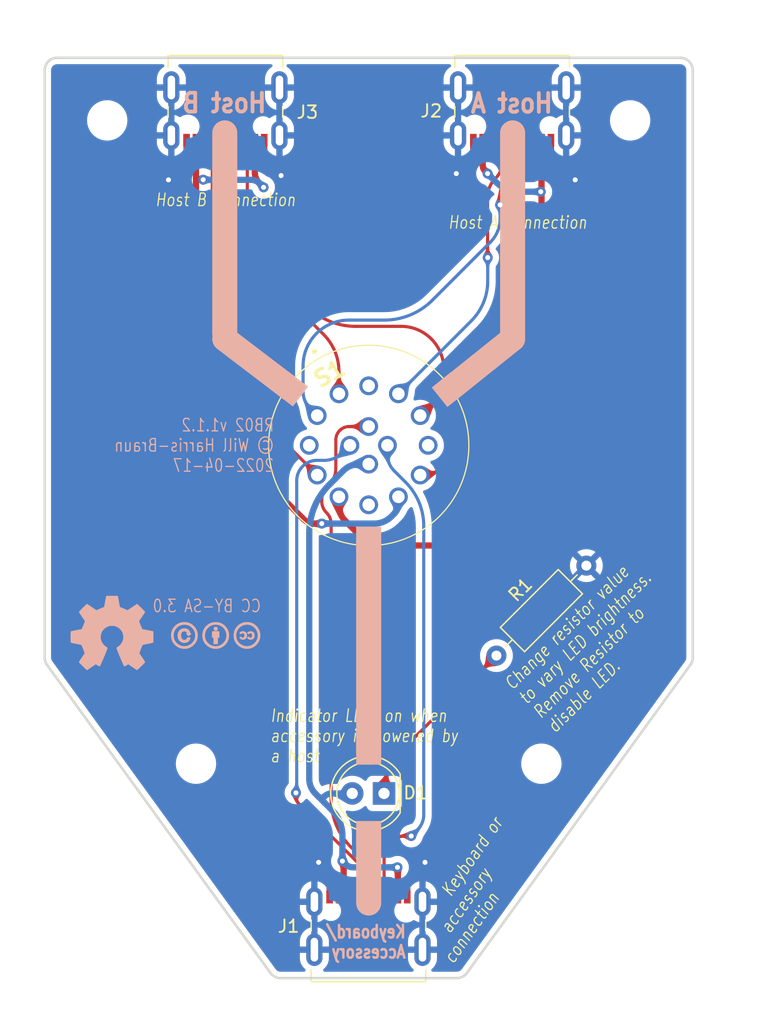
<source format=kicad_pcb>
(kicad_pcb (version 20211014) (generator pcbnew)
  (layers (0 "F.Cu" signal) (31 "B.Cu" signal) (34 "B.Paste" user) (35 "F.Paste" user) (36 "B.SilkS" user "B.Silkscreen") (37 "F.SilkS" user "F.Silkscreen") (38 "B.Mask" user) (39 "F.Mask" user) (44 "Edge.Cuts" user))
  (net 0 "")
  (net 1 "Net-(D1-Pad1)")
  (net 2 "/VBUS A")
  (net 3 "/VBUS B")
  (net 4 "/Common Ground")
  (net 5 "/VBUS in")
  (net 6 "/CC in")
  (net 8 "/D+ in")
  (net 10 "/D- in")
  (net 15 "/CC A")
  (net 16 "/D+ A")
  (net 17 "/D- A")
  (net 18 "/D- B")
  (net 19 "/D+ B")
  (net 20 "/CC B")
  (footprint "MountingHole:MountingHole_2.2mm_M2" (layer "F.Cu") (at 163.79902 119.624214)
    (fp_text reference "REF**" hide)
    (fp_text value "MountingHole_2.2mm_M2" hide)
  )
  (footprint "LED_THT:LED_D5.0mm_Clear" (layer "F.Cu") (at 151.225 122 180)
    (fp_text reference "D1")
    (fp_text value "LED")
  )
  (footprint "Library:USB_C_Receptacle_JAE_DX07S016JA1R1500_AislerCompatible" (layer "F.Cu") (at 149.98 133.325)
    (fp_text reference "J1")
    (fp_text value "IN")
  )
  (footprint "MountingHole:MountingHole_2.2mm_M2" (layer "F.Cu") (at 136.20098 119.624214)
    (fp_text reference "REF**" hide)
    (fp_text value "MountingHole_2.2mm_M2" hide)
  )
  (footprint "MountingHole:MountingHole_2.2mm_M2" (layer "F.Cu") (at 129.108686 68.254719)
    (fp_text reference "REF**" hide)
    (fp_text value "MountingHole_2.2mm_M2" hide)
  )
  (footprint "Resistor_THT:R_Axial_DIN0207_L6.3mm_D2.5mm_P10.16mm_Horizontal" (layer "F.Cu") (at 160.207898 110.992103 45)
    (fp_text reference "R1")
    (fp_text value "5.1K")
  )
  (footprint "Library:Rotary_Switch_NKK_MRA403-BB_2-3" (layer "F.Cu") (at 150 94.2 30)
    (fp_text reference "S1")
    (fp_text value "MRA403" hide)
  )
  (footprint "MountingHole:MountingHole_2.2mm_M2" (layer "F.Cu") (at 170.891314 68.254719)
    (fp_text reference "REF**" hide)
    (fp_text value "MountingHole_2.2mm_M2" hide)
  )
  (footprint "Library:USB_C_Receptacle_JAE_DX07S016JA1R1500_AislerCompatible" (layer "F.Cu") (at 138.55 66.78 180)
    (fp_text reference "J3")
    (fp_text value "Out B")
  )
  (footprint "Library:USB_C_Receptacle_JAE_DX07S016JA1R1500_AislerCompatible" (layer "F.Cu") (at 161.46 66.78 180)
    (fp_text reference "J2")
    (fp_text value "Out A")
  )
  (footprint "Symbol:OSHW-Symbol_6.7x6mm_SilkScreen" (layer "B.Cu") (at 129.5 109.2 180)
    (fp_text reference "REF**" hide)
    (fp_text value "OSHW-Symbol_6.7x6mm_SilkScreen" hide)
  )
  (gr_poly (pts (xy 135.222296 108.325568) (xy 135.168383 108.329179) (xy 135.115533 108.335196) (xy 135.063745 108.34362) (xy 135.013019 108.35445) (xy 134.963356 108.367688) (xy 134.914755 108.383332) (xy 134.867216 108.401384) (xy 134.820739 108.421842) (xy 134.775324 108.444706) (xy 134.730971 108.469978) (xy 134.687679 108.497657) (xy 134.645449 108.527742) (xy 134.60428 108.560234) (xy 134.564173 108.595133) (xy 134.525127 108.632439) (xy 134.487832 108.671251) (xy 134.452941 108.71114) (xy 134.420454 108.752106) (xy 134.390372 108.794148) (xy 134.362695 108.837268) (xy 134.337423 108.881465) (xy 134.314556 108.926739) (xy 134.294096 108.97309) (xy 134.276041 109.020519) (xy 134.260393 109.069026) (xy 134.247151 109.11861) (xy 134.236316 109.169272) (xy 134.227889 109.221011) (xy 134.221869 109.273829) (xy 134.218257 109.327724) (xy 134.217052 109.382698) (xy 134.218234 109.437661) (xy 134.221779 109.4915) (xy 134.227687 109.544214) (xy 134.235959 109.595804) (xy 134.246593 109.646271) (xy 134.259591 109.695614) (xy 134.274951 109.743833) (xy 134.292674 109.79093) (xy 134.312759 109.836903) (xy 134.335207 109.881755) (xy 134.360018 109.925484) (xy 134.387191 109.96809) (xy 134.416726 110.009575) (xy 134.448623 110.049939) (xy 134.482883 110.089181) (xy 134.519504 110.127302) (xy 134.559887 110.165293) (xy 134.601201 110.200832) (xy 134.643447 110.233921) (xy 134.686623 110.264559) (xy 134.730731 110.292745) (xy 134.775768 110.318481) (xy 134.821736 110.341766) (xy 134.868634 110.362599) (xy 134.916462 110.380982) (xy 134.96522 110.396913) (xy 135.014906 110.410394) (xy 135.065522 110.421423) (xy 135.117067 110.430002) (xy 135.16954 110.43613) (xy 135.222941 110.439806) (xy 135.277271 110.441032) (xy 135.330461 110.439813) (xy 135.382764 110.436159) (xy 135.434179 110.430068) (xy 135.484707 110.421541) (xy 135.534348 110.410578) (xy 135.583102 110.397178) (xy 135.630969 110.381343) (xy 135.677949 110.36307) (xy 135.724043 110.342362) (xy 135.769249 110.319217) (xy 135.813569 110.293636) (xy 135.857003 110.265619) (xy 135.89955 110.235165) (xy 135.941211 110.202276) (xy 135.981986 110.166949) (xy 136.021875 110.129187) (xy 136.059631 110.089733) (xy 136.094954 110.04932) (xy 136.127841 110.007948) (xy 136.158293 109.965617) (xy 136.186309 109.922325) (xy 136.21189 109.878074) (xy 136.235036 109.832863) (xy 136.255745 109.786692) (xy 136.274019 109.739561) (xy 136.289857 109.691468) (xy 136.303259 109.642415) (xy 136.314224 109.592401) (xy 136.322753 109.541426) (xy 136.328845 109.489489) (xy 136.3325 109.436591) (xy 136.333719 109.382731) (xy 136.333718 109.382698) (xy 136.142855 109.382698) (xy 136.141851 109.426497) (xy 136.13884 109.469526) (xy 136.133821 109.511785) (xy 136.126794 109.553276) (xy 136.11776 109.593998) (xy 136.106718 109.63395) (xy 136.093668 109.673135) (xy 136.078611 109.711551) (xy 136.061546 109.749198) (xy 136.042474 109.786078) (xy 136.021394 109.82219) (xy 135.998306 109.857534) (xy 135.973211 109.892111) (xy 135.946108 109.925921) (xy 135.916997 109.958964) (xy 135.885879 109.99124) (xy 135.853367 110.02237) (xy 135.820087 110.051489) (xy 135.78604 110.078599) (xy 135.751226 110.1037) (xy 135.715644 110.126792) (xy 135.679294 110.147875) (xy 135.642177 110.166948) (xy 135.604292 110.184014) (xy 135.565639 110.199071) (xy 135.526218 110.212119) (xy 135.48603 110.22316) (xy 135.445073 110.232193) (xy 135.403349 110.239218) (xy 135.360856 110.244236) (xy 135.317595 110.247246) (xy 135.273567 110.24825) (xy 135.229749 110.247238) (xy 135.186639 110.244205) (xy 135.144236 110.239149) (xy 135.10254 110.23207) (xy 135.061553 110.222969) (xy 135.021273 110.211845) (xy 134.981701 110.198699) (xy 134.942838 110.18353) (xy 134.904683 110.166338) (xy 134.867236 110.147124) (xy 134.830499 110.125886) (xy 134.79447 110.102626) (xy 134.759151 110.077343) (xy 134.724542 110.050036) (xy 134.690642 110.020707) (xy 134.657451 109.989355) (xy 134.627241 109.958638) (xy 134.598979 109.926962) (xy 134.572667 109.894326) (xy 134.548304 109.86073) (xy 134.525891 109.826174) (xy 134.505426 109.790658) (xy 134.486911 109.754183) (xy 134.470346 109.716747) (xy 134.455729 109.678352) (xy 134.443061 109.638996) (xy 134.432342 109.59868) (xy 134.423573 109.557404) (xy 134.416752 109.515168) (xy 134.41188 109.471972) (xy 134.408957 109.427815) (xy 134.407982 109.382698) (xy 134.408972 109.337791) (xy 134.41194 109.293769) (xy 134.416887 109.250631) (xy 134.423813 109.208379) (xy 134.432716 109.167011) (xy 134.443598 109.126529) (xy 134.456458 109.086931) (xy 134.471296 109.04822) (xy 134.488112 109.010393) (xy 134.506906 108.973453) (xy 134.527677 108.937398) (xy 134.550425 108.90223) (xy 134.57515 108.867948) (xy 134.601853 108.834552) (xy 134.630532 108.802042) (xy 134.661189 108.770419) (xy 134.693038 108.739512) (xy 134.725744 108.710601) (xy 134.759307 108.683685) (xy 134.793725 108.658765) (xy 134.829 108.635839) (xy 134.865131 108.614909) (xy 134.902118 108.595972) (xy 134.93996 108.579031) (xy 134.978659 108.564083) (xy 135.018213 108.551129) (xy 135.058622 108.540168) (xy 135.099887 108.531201) (xy 135.142008 108.524228) (xy 135.184984 108.519246) (xy 135.228815 108.516258) (xy 135.273501 108.515262) (xy 135.318185 108.516259) (xy 135.361998 108.519249) (xy 135.404939 108.524233) (xy 135.44701 108.531211) (xy 135.488209 108.540182) (xy 135.528538 108.551146) (xy 135.567995 108.564104) (xy 135.606582 108.579055) (xy 135.644298 108.596) (xy 135.681143 108.614938) (xy 135.717117 108.635869) (xy 135.75222 108.658793) (xy 135.786453 108.68371) (xy 135.819815 108.71062) (xy 135.852306 108.739523) (xy 135.883927 108.770419) (xy 135.915286 108.8036) (xy 135.94462 108.837459) (xy 135.971931 108.871996) (xy 135.997218 108.907211) (xy 136.020481 108.943105) (xy 136.041721 108.979676) (xy 136.060938 109.016926) (xy 136.078132 109.054855) (xy 136.093302 109.093461) (xy 136.106449 109.132746) (xy 136.117574 109.172709) (xy 136.126675 109.21335) (xy 136.133754 109.25467) (xy 136.13881 109.296668) (xy 136.141844 109.339344) (xy 136.142855 109.382698) (xy 136.333718 109.382698) (xy 136.3325 109.329088) (xy 136.328845 109.276346) (xy 136.322753 109.224503) (xy 136.314224 109.17356) (xy 136.303259 109.123518) (xy 136.289857 109.074375) (xy 136.274019 109.026133) (xy 136.255745 108.978791) (xy 136.235036 108.93235) (xy 136.21189 108.886808) (xy 136.186309 108.842168) (xy 136.158293 108.798427) (xy 136.127841 108.755588) (xy 136.094954 108.713649) (xy 136.059631 108.67261) (xy 136.021875 108.632472) (xy 135.982869 108.595161) (xy 135.942859 108.560256) (xy 135.901845 108.52776) (xy 135.859826 108.497671) (xy 135.816803 108.469989) (xy 135.772775 108.444715) (xy 135.727743 108.421847) (xy 135.681707 108.401388) (xy 135.634667 108.383335) (xy 135.586622 108.36769) (xy 135.537574 108.354451) (xy 135.487521 108.34362) (xy 135.436464 108.335196) (xy 135.384404 108.329179) (xy 135.331339 108.325568) (xy 135.277271 108.324365)) (layer "B.SilkS") (width 0.025) (fill solid))
  (gr_rect (start 151 117.7) (end 149 119.7) (layer "B.SilkS") (width 0) (fill solid))
  (gr_line (start 143.75 89.7) (end 138.5 85.7) (layer "B.SilkS") (width 2))
  (gr_poly (pts (xy 137.766312 108.698731) (xy 137.757527 108.699168) (xy 137.74903 108.699897) (xy 137.740822 108.700917) (xy 137.732902 108.702228) (xy 137.72527 108.703832) (xy 137.717927 108.705726) (xy 137.710872 108.707913) (xy 137.704106 108.71039) (xy 137.697628 108.71316) (xy 137.691438 108.716221) (xy 137.685536 108.719573) (xy 137.679922 108.723217) (xy 137.674597 108.727153) (xy 137.66956 108.731381) (xy 137.664811 108.7359) (xy 137.660349 108.74071) (xy 137.656176 108.745813) (xy 137.652291 108.751207) (xy 137.648694 108.756892) (xy 137.645385 108.76287) (xy 137.642364 108.769139) (xy 137.63963 108.775699) (xy 137.637185 108.782552) (xy 137.635027 108.789696) (xy 137.633157 108.797132) (xy 137.631575 108.80486) (xy 137.630281 108.81288) (xy 137.629274 108.821191) (xy 137.628555 108.829794) (xy 137.628124 108.838689) (xy 137.62798 108.847876) (xy 137.628124 108.856944) (xy 137.628556 108.865724) (xy 137.629276 108.874217) (xy 137.630283 108.882421) (xy 137.631579 108.890338) (xy 137.633163 108.897967) (xy 137.635035 108.905308) (xy 137.637194 108.912362) (xy 137.639642 108.919127) (xy 137.642377 108.925605) (xy 137.6454 108.931795) (xy 137.648712 108.937697) (xy 137.652311 108.943311) (xy 137.656198 108.948637) (xy 137.660373 108.953676) (xy 137.664835 108.958427) (xy 137.669586 108.962889) (xy 137.674624 108.967064) (xy 137.679951 108.970951) (xy 137.685565 108.97455) (xy 137.691467 108.977861) (xy 137.697657 108.980885) (xy 137.704135 108.98362) (xy 137.7109 108.986068) (xy 137.717954 108.988227) (xy 137.725295 108.990099) (xy 137.732924 108.991683) (xy 137.740841 108.992978) (xy 137.749045 108.993986) (xy 137.757538 108.994706) (xy 137.766318 108.995138) (xy 137.775386 108.995282) (xy 137.784454 108.995138) (xy 137.793234 108.994706) (xy 137.801727 108.993986) (xy 137.809932 108.992978) (xy 137.81785 108.991683) (xy 137.82548 108.990099) (xy 137.832822 108.988227) (xy 137.839876 108.986068) (xy 137.846643 108.98362) (xy 137.853122 108.980885) (xy 137.859313 108.977861) (xy 137.865217 108.97455) (xy 137.870833 108.970951) (xy 137.87616 108.967064) (xy 137.8812 108.962889) (xy 137.885953 108.958427) (xy 137.890417 108.953676) (xy 137.894593 108.948637) (xy 137.898482 108.943311) (xy 137.902082 108.937697) (xy 137.905395 108.931795) (xy 137.90842 108.925605) (xy 137.911156 108.919127) (xy 137.913605 108.912362) (xy 137.915766 108.905308) (xy 137.917639 108.897967) (xy 137.919223 108.890338) (xy 137.92052 108.882421) (xy 137.921528 108.874217) (xy 137.922248 108.865724) (xy 137.922681 108.856944) (xy 137.922825 108.847876) (xy 137.922249 108.829805) (xy 137.92153 108.821206) (xy 137.920522 108.812899) (xy 137.919227 108.804882) (xy 137.917644 108.797157) (xy 137.915773 108.789723) (xy 137.913614 108.78258) (xy 137.911168 108.775728) (xy 137.908433 108.769168) (xy 137.90541 108.762899) (xy 137.9021 108.756921) (xy 137.898501 108.751235) (xy 137.894615 108.74584) (xy 137.89044 108.740736) (xy 137.885977 108.735924) (xy 137.881227 108.731404) (xy 137.876188 108.727175) (xy 137.870861 108.723237) (xy 137.865246 108.719591) (xy 137.859343 108.716236) (xy 137.853151 108.713173) (xy 137.846672 108.710402) (xy 137.839904 108.707922) (xy 137.832848 108.705734) (xy 137.825504 108.703837) (xy 137.817872 108.702233) (xy 137.809951 108.70092) (xy 137.801742 108.699898) (xy 137.793245 108.699169) (xy 137.78446 108.698731) (xy 137.775386 108.698585)) (layer "B.SilkS") (width 0.025) (fill solid))
  (gr_rect (start 149 126.2) (end 151 124.2) (layer "B.SilkS") (width 0) (fill solid))
  (gr_line (start 150 101.8) (end 150 118.7) (layer "B.SilkS") (width 2))
  (gr_rect (start 149 102.7) (end 151 100.7) (layer "B.SilkS") (width 0) (fill solid))
  (gr_line (start 161.5 85.7) (end 161.5 69.25) (layer "B.SilkS") (width 2))
  (gr_poly (pts (xy 137.72208 108.325561) (xy 137.667979 108.329148) (xy 137.614968 108.335126) (xy 137.563047 108.343497) (xy 137.512217 108.354259) (xy 137.462479 108.367412) (xy 137.413831 108.382958) (xy 137.366274 108.400896) (xy 137.319808 108.421226) (xy 137.274435 108.443947) (xy 137.230153 108.469062) (xy 137.186963 108.496568) (xy 137.144865 108.526468) (xy 137.10386 108.558759) (xy 137.063947 108.593444) (xy 137.025127 108.630521) (xy 136.987832 108.669562) (xy 136.952941 108.709665) (xy 136.920454 108.750831) (xy 136.890372 108.79306) (xy 136.862695 108.836351) (xy 136.837423 108.880706) (xy 136.814556 108.926123) (xy 136.794096 108.972602) (xy 136.776041 109.020145) (xy 136.760393 109.06875) (xy 136.747151 109.118418) (xy 136.736316 109.169149) (xy 136.727889 109.220942) (xy 136.721869 109.273798) (xy 136.718257 109.327717) (xy 136.717052 109.382698) (xy 136.718234 109.437869) (xy 136.721779 109.491873) (xy 136.727687 109.54471) (xy 136.735959 109.596379) (xy 136.746593 109.646881) (xy 136.759591 109.696216) (xy 136.774951 109.744384) (xy 136.792674 109.791384) (xy 136.812759 109.837218) (xy 136.835207 109.881885) (xy 136.860018 109.925385) (xy 136.887191 109.967718) (xy 136.916726 110.008885) (xy 136.948623 110.048884) (xy 136.982883 110.087717) (xy 137.019504 110.125384) (xy 137.060113 110.163609) (xy 137.101622 110.199367) (xy 137.144031 110.232659) (xy 137.187339 110.263484) (xy 137.231549 110.291844) (xy 137.276658 110.317737) (xy 137.322667 110.341163) (xy 137.369577 110.362124) (xy 137.417387 110.380618) (xy 137.466097 110.396647) (xy 137.515708 110.410209) (xy 137.56622 110.421305) (xy 137.617632 110.429936) (xy 137.669944 110.4361) (xy 137.723157 110.439799) (xy 137.777271 110.441032) (xy 137.830461 110.439813) (xy 137.882764 110.436158) (xy 137.934179 110.430065) (xy 137.984707 110.421536) (xy 138.034348 110.41057) (xy 138.083102 110.397168) (xy 138.130969 110.381329) (xy 138.177949 110.363054) (xy 138.224043 110.342342) (xy 138.269249 110.319195) (xy 138.313569 110.293611) (xy 138.357003 110.265591) (xy 138.39955 110.235135) (xy 138.441211 110.202244) (xy 138.481986 110.166917) (xy 138.521875 110.129154) (xy 138.559631 110.089694) (xy 138.594954 110.049276) (xy 138.627841 110.0079) (xy 138.658293 109.965565) (xy 138.686309 109.922271) (xy 138.71189 109.878018) (xy 138.735036 109.832806) (xy 138.755745 109.786634) (xy 138.774019 109.739503) (xy 138.789857 109.691412) (xy 138.803259 109.642361) (xy 138.814224 109.59235) (xy 138.822753 109.541378) (xy 138.828845 109.489446) (xy 138.8325 109.436552) (xy 138.833718 109.382731) (xy 138.642855 109.382731) (xy 138.641851 109.426304) (xy 138.63884 109.469138) (xy 138.633821 109.511234) (xy 138.626794 109.552592) (xy 138.61776 109.593211) (xy 138.606718 109.63309) (xy 138.593668 109.672231) (xy 138.578611 109.710633) (xy 138.561546 109.748295) (xy 138.542474 109.785217) (xy 138.521394 109.8214) (xy 138.498306 109.856842) (xy 138.473211 109.891544) (xy 138.446108 109.925506) (xy 138.416997 109.958727) (xy 138.385879 109.991207) (xy 138.353367 110.022336) (xy 138.320087 110.051456) (xy 138.28604 110.078566) (xy 138.251226 110.103667) (xy 138.215644 110.126759) (xy 138.179294 110.147841) (xy 138.142177 110.166915) (xy 138.104292 110.183981) (xy 138.065639 110.199037) (xy 138.026218 110.212086) (xy 137.98603 110.223127) (xy 137.945073 110.23216) (xy 137.903349 110.239185) (xy 137.860856 110.244203) (xy 137.817595 110.247213) (xy 137.773567 110.248216) (xy 137.729749 110.247206) (xy 137.686639 110.244174) (xy 137.644236 110.239121) (xy 137.60254 110.232046) (xy 137.561553 110.222949) (xy 137.521273 110.21183) (xy 137.481701 110.198687) (xy 137.442838 110.183522) (xy 137.404683 110.166333) (xy 137.367236 110.14712) (xy 137.330499 110.125883) (xy 137.29447 110.102621) (xy 137.259151 110.077334) (xy 137.224542 110.050022) (xy 137.190642 110.020685) (xy 137.157451 109.989322) (xy 137.127241 109.958826) (xy 137.098979 109.927341) (xy 137.072667 109.894867) (xy 137.048304 109.861403) (xy 137.025891 109.826951) (xy 137.005426 109.791509) (xy 136.986911 109.755077) (xy 136.970346 109.717657) (xy 136.955729 109.679246) (xy 136.943061 109.639847) (xy 136.932342 109.599457) (xy 136.923573 109.558078) (xy 136.916752 109.51571) (xy 136.91188 109.472351) (xy 136.908957 109.428003) (xy 136.907982 109.382665) (xy 136.908972 109.337967) (xy 136.91194 109.294111) (xy 136.916887 109.251097) (xy 136.923813 109.208925) (xy 136.932716 109.167595) (xy 136.943598 109.127106) (xy 136.956458 109.087459) (xy 136.971296 109.048654) (xy 136.988112 109.010689) (xy 137.006906 108.973565) (xy 137.027677 108.937282) (xy 137.050425 108.901839) (xy 137.07515 108.867236) (xy 137.101853 108.833474) (xy 137.130532 108.800551) (xy 137.161189 108.768468) (xy 137.193253 108.737806) (xy 137.226146 108.709123) (xy 137.259866 108.682418) (xy 137.294414 108.65769) (xy 137.329789 108.634941) (xy 137.365991 108.614171) (xy 137.403021 108.595378) (xy 137.440878 108.578563) (xy 137.479562 108.563727) (xy 137.519073 108.550869) (xy 137.559411 108.539989) (xy 137.600576 108.531087) (xy 137.642567 108.524164) (xy 137.685385 108.519218) (xy 137.72903 108.516251) (xy 137.773501 108.515262) (xy 137.818185 108.516251) (xy 137.861998 108.51922) (xy 137.904939 108.524167) (xy 137.94701 108.531092) (xy 137.988209 108.539997) (xy 138.028538 108.550879) (xy 138.067995 108.563741) (xy 138.106582 108.57858) (xy 138.144298 108.595398) (xy 138.181143 108.614193) (xy 138.217117 108.634967) (xy 138.25222 108.657718) (xy 138.286453 108.682448) (xy 138.319815 108.709155) (xy 138.352306 108.737839) (xy 138.383927 108.768501) (xy 138.415286 108.80191) (xy 138.44462 108.835984) (xy 138.471931 108.870721) (xy 138.497218 108.906123) (xy 138.520481 108.942189) (xy 138.541721 108.978919) (xy 138.560938 109.016313) (xy 138.578132 109.054371) (xy 138.593302 109.093093) (xy 138.606449 109.132479) (xy 138.617574 109.172528) (xy 138.626675 109.213241) (xy 138.633754 109.254618) (xy 138.63881 109.296659) (xy 138.641844 109.339363) (xy 138.642855 109.382731) (xy 138.833718 109.382731) (xy 138.833719 109.382698) (xy 138.8325 109.328827) (xy 138.828845 109.275871) (xy 138.822753 109.223829) (xy 138.814224 109.172702) (xy 138.803259 109.12249) (xy 138.789857 109.073193) (xy 138.774019 109.024811) (xy 138.755745 108.977344) (xy 138.735036 108.930792) (xy 138.71189 108.885155) (xy 138.686309 108.840434) (xy 138.658293 108.796627) (xy 138.627841 108.753736) (xy 138.594954 108.71176) (xy 138.559631 108.670699) (xy 138.521875 108.630554) (xy 138.483085 108.593471) (xy 138.443263 108.558781) (xy 138.40241 108.526485) (xy 138.360524 108.496582) (xy 138.317605 108.469073) (xy 138.273653 108.443956) (xy 138.228668 108.421231) (xy 138.18265 108.4009) (xy 138.135598 108.382961) (xy 138.087512 108.367414) (xy 138.038392 108.35426) (xy 137.988237 108.343497) (xy 137.937048 108.335127) (xy 137.884824 108.329148) (xy 137.831565 108.325561) (xy 137.777271 108.324365)) (layer "B.SilkS") (width 0.025) (fill solid))
  (gr_poly (pts (xy 135.250331 108.825816) (xy 135.22035 108.827699) (xy 135.191164 108.830838) (xy 135.162773 108.835232) (xy 135.135179 108.840881) (xy 135.10838 108.847784) (xy 135.082377 108.855943) (xy 135.057171 108.865355) (xy 135.032761 108.876022) (xy 135.009149 108.887943) (xy 134.986334 108.901117) (xy 134.964317 108.915545) (xy 134.943098 108.931227) (xy 134.922678 108.948162) (xy 134.903056 108.96635) (xy 134.884232 108.98579) (xy 134.866384 109.006224) (xy 134.849687 109.027367) (xy 134.834141 109.04922) (xy 134.819747 109.071781) (xy 134.806504 109.095051) (xy 134.794412 109.11903) (xy 134.783471 109.143717) (xy 134.773682 109.169113) (xy 134.765044 109.195218) (xy 134.757558 109.222031) (xy 134.751224 109.249552) (xy 134.746041 109.277782) (xy 134.74201 109.306719) (xy 134.73913 109.336365) (xy 134.737402 109.366718) (xy 134.736826 109.39778) (xy 134.737424 109.427937) (xy 134.739218 109.45745) (xy 134.742208 109.486321) (xy 134.746394 109.514548) (xy 134.751775 109.542132) (xy 134.758352 109.569073) (xy 134.766124 109.595371) (xy 134.775092 109.621026) (xy 134.785255 109.646038) (xy 134.796613 109.670407) (xy 134.809166 109.694133) (xy 134.822914 109.717216) (xy 134.837857 109.739656) (xy 134.853995 109.761454) (xy 134.871328 109.782609) (xy 134.889855 109.803121) (xy 134.909357 109.822682) (xy 134.929564 109.840982) (xy 134.950478 109.858022) (xy 134.972099 109.8738) (xy 134.994426 109.888317) (xy 135.017461 109.901573) (xy 135.041203 109.913568) (xy 135.065654 109.9243) (xy 135.090813 109.933771) (xy 135.116681 109.94198) (xy 135.143258 109.948926) (xy 135.170545 109.95461) (xy 135.198541 109.959031) (xy 135.227249 109.962189) (xy 135.256667 109.964084) (xy 135.286796 109.964716) (xy 135.309046 109.964295) (xy 135.330912 109.963033) (xy 135.352395 109.96093) (xy 135.373494 109.957986) (xy 135.394209 109.954201) (xy 135.41454 109.949573) (xy 135.434487 109.944105) (xy 135.45405 109.937794) (xy 135.473229 109.930642) (xy 135.492023 109.922648) (xy 135.510434 109.913812) (xy 135.52846 109.904133) (xy 135.546102 109.893613) (xy 135.56336 109.88225) (xy 135.580233 109.870045) (xy 135.596722 109.856997) (xy 135.612618 109.843174) (xy 135.627702 109.828644) (xy 135.641972 109.813405) (xy 135.65543 109.797459) (xy 135.668075 109.780804) (xy 135.679908 109.763441) (xy 135.690929 109.74537) (xy 135.701137 109.726591) (xy 135.710534 109.707103) (xy 135.719119 109.686906) (xy 135.726892 109.666001) (xy 135.733853 109.644387) (xy 135.740003 109.622064) (xy 135.745342 109.599032) (xy 135.74987 109.575291) (xy 135.753587 109.550841) (xy 135.487052 109.550841) (xy 135.486255 109.562702) (xy 135.48504 109.574186) (xy 135.483408 109.585293) (xy 135.481358 109.596024) (xy 135.478892 109.606379) (xy 135.476008 109.616357) (xy 135.472707 109.625958) (xy 135.468988 109.635183) (xy 135.464853 109.644032) (xy 135.4603 109.652504) (xy 135.45533 109.660599) (xy 135.449943 109.668318) (xy 135.444139 109.67566) (xy 135.437917 109.682626) (xy 135.431278 109.689215) (xy 135.424222 109.695428) (xy 135.416749 109.701264) (xy 135.408858 109.706723) (xy 135.400551 109.711807) (xy 135.391826 109.716513) (xy 135.382683 109.720843) (xy 135.373124 109.724797) (xy 135.363147 109.728374) (xy 135.352754 109.731574) (xy 135.341942 109.734398) (xy 135.330714 109.736846) (xy 135.319069 109.738917) (xy 135.307006 109.740611) (xy 135.294526 109.741929) (xy 135.281629 109.74287) (xy 135.268314 109.743435) (xy 135.254583 109.743623) (xy 135.240824 109.743246) (xy 135.227402 109.742116) (xy 135.214318 109.740233) (xy 135.201572 109.737597) (xy 135.189164 109.734207) (xy 135.177094 109.730065) (xy 135.165363 109.725169) (xy 135.153971 109.719521) (xy 135.142918 109.71312) (xy 135.132204 109.705967) (xy 135.12183 109.698061) (xy 135.111796 109.689403) (xy 135.102102 109.679993) (xy 135.092748 109.66983) (xy 135.083735 109.658915) (xy 135.075063 109.647248) (xy 135.066815 109.634954) (xy 135.0591 109.622156) (xy 135.051916 109.608854) (xy 135.045266 109.59505) (xy 135.039147 109.580742) (xy 135.033561 109.565932) (xy 135.028508 109.550619) (xy 135.023986 109.534805) (xy 135.019996 109.518488) (xy 135.016539 109.50167) (xy 135.013614 109.48435) (xy 135.01122 109.466529) (xy 135.009359 109.448208) (xy 135.008029 109.429385) (xy 135.007232 109.410062) (xy 135.006966 109.390239) (xy 135.00721 109.369525) (xy 135.007941 109.34944) (xy 135.009159 109.329983) (xy 135.010865 109.311154) (xy 135.013058 109.292953) (xy 135.015738 109.27538) (xy 135.018906 109.258435) (xy 135.02256 109.242118) (xy 135.0267 109.226428) (xy 135.031328 109.211365) (xy 135.036442 109.19693) (xy 135.042043 109.183121) (xy 135.04813 109.16994) (xy 135.054703 109.157385) (xy 135.061763 109.145457) (xy 135.069308 109.134155) (xy 135.077322 109.123516) (xy 135.085763 109.113563) (xy 135.094631 109.104296) (xy 135.103926 109.095715) (xy 135.113649 109.08782) (xy 135.123799 109.080612) (xy 135.134377 109.074089) (xy 135.145384 109.068253) (xy 135.15682 109.063104) (xy 135.168684 109.058641) (xy 135.180977 109.054864) (xy 135.193701 109.051774) (xy 135.206853 109.049371) (xy 135.220437 109.047654) (xy 135.23445 109.046624) (xy 135.248894 109.046281) (xy 135.274636 109.047011) (xy 135.29893 109.049203) (xy 135.321775 109.052856) (xy 135.343172 109.05797) (xy 135.353327 109.061075) (xy 135.363121 109.064546) (xy 135.372552 109.068382) (xy 135.381621 109.072583) (xy 135.390329 109.07715) (xy 135.398674 109.082082) (xy 135.406658 109.087379) (xy 135.414279 109.093042) (xy 135.421539 109.09907) (xy 135.428437 109.105463) (xy 135.434973 109.112222) (xy 135.441147 109.119346) (xy 135.446959 109.126836) (xy 135.45241 109.134691) (xy 135.457498 109.142912) (xy 135.462225 109.151497) (xy 135.46659 109.160449) (xy 135.470594 109.169766) (xy 135.474236 109.179448) (xy 135.477516 109.189496) (xy 135.480434 109.199909) (xy 135.482991 109.210687) (xy 135.487019 109.233341) (xy 135.409529 109.233341) (xy 135.619278 109.443123) (xy 135.829059 109.233341) (xy 135.74598 109.233374) (xy 135.741827 109.209384) (xy 135.736922 109.186081) (xy 135.731263 109.163464) (xy 135.724852 109.141535) (xy 135.717687 109.120292) (xy 135.70977 109.099736) (xy 135.701099 109.079866) (xy 135.691675 109.060684) (xy 135.681497 109.042188) (xy 135.670566 109.024379) (xy 135.658881 109.007257) (xy 135.646442 108.990821) (xy 135.63325 108.975073) (xy 135.619303 108.960011) (xy 135.604603 108.945636) (xy 135.589148 108.931948) (xy 135.573109 108.91902) (xy 135.556642 108.906926) (xy 135.539746 108.895666) (xy 135.522423 108.88524) (xy 135.504671 108.875649) (xy 135.486491 108.866891) (xy 135.467882 108.858968) (xy 135.448845 108.851878) (xy 135.429379 108.845623) (xy 135.409484 108.840201) (xy 135.389161 108.835614) (xy 135.368408 108.831861) (xy 135.347227 108.828941) (xy 135.325616 108.826856) (xy 135.303576 108.825605) (xy 135.281107 108.825188)) (layer "B.SilkS") (width 0.025) (fill solid))
  (gr_line (start 150 125.3) (end 150 130.75) (layer "B.SilkS") (width 2))
  (gr_poly (pts (xy 139.931923 109.054557) (xy 139.908681 109.056341) (xy 139.886324 109.059322) (xy 139.864852 109.063501) (xy 139.844265 109.068876) (xy 139.824564 109.075449) (xy 139.805749 109.083219) (xy 139.78782 109.092186) (xy 139.770778 109.10235) (xy 139.754622 109.11371) (xy 139.739353 109.126267) (xy 139.724971 109.140021) (xy 139.711476 109.154971) (xy 139.698869 109.171117) (xy 139.68715 109.18846) (xy 139.676319 109.206999) (xy 139.816184 109.280718) (xy 139.819059 109.274931) (xy 139.822016 109.269363) (xy 139.825055 109.264015) (xy 139.828176 109.258886) (xy 139.831378 109.253978) (xy 139.834662 109.24929) (xy 139.838027 109.244823) (xy 139.841473 109.240576) (xy 139.845 109.23655) (xy 139.848608 109.232746) (xy 139.852296 109.229163) (xy 139.856066 109.225801) (xy 139.859915 109.222661) (xy 139.863845 109.219743) (xy 139.867855 109.217046) (xy 139.871945 109.214573) (xy 139.876076 109.212289) (xy 139.880185 109.210153) (xy 139.884271 109.208163) (xy 139.888333 109.20632) (xy 139.892373 109.204624) (xy 139.89639 109.203074) (xy 139.900383 109.201672) (xy 139.904353 109.200417) (xy 139.908299 109.19931) (xy 139.912221 109.198349) (xy 139.916119 109.197537) (xy 139.919993 109.196871) (xy 139.923844 109.196354) (xy 139.927669 109.195984) (xy 139.93147 109.195762) (xy 139.935247 109.195688) (xy 139.943967 109.195871) (xy 139.95241 109.196419) (xy 139.960577 109.197332) (xy 139.968468 109.19861) (xy 139.976082 109.200254) (xy 139.983419 109.202264) (xy 139.990479 109.204638) (xy 139.997263 109.207378) (xy 140.00377 109.210484) (xy 140.010001 109.213954) (xy 140.015955 109.217791) (xy 140.021632 109.221992) (xy 140.027032 109.226559) (xy 140.032155 109.231492) (xy 140.037002 109.23679) (xy 140.041572 109.242453) (xy 140.045865 109.248482) (xy 140.049881 109.254876) (xy 140.053621 109.261636) (xy 140.057083 109.268762) (xy 140.060269 109.276253) (xy 140.063178 109.284109) (xy 140.065809 109.292331) (xy 140.068164 109.300919) (xy 140.070242 109.309872) (xy 140.072043 109.319191) (xy 140.073567 109.328875) (xy 140.074814 109.338925) (xy 140.075784 109.349341) (xy 140.076476 109.360122) (xy 140.076892 109.371269) (xy 140.07703 109.382781) (xy 140.07689 109.393277) (xy 140.076468 109.403506) (xy 140.075765 109.413469) (xy 140.074781 109.423165) (xy 140.073516 109.432595) (xy 140.071971 109.44176) (xy 140.070145 109.450658) (xy 140.068039 109.459292) (xy 140.065652 109.467659) (xy 140.062986 109.475761) (xy 140.060039 109.483598) (xy 140.056813 109.49117) (xy 140.053307 109.498477) (xy 140.049522 109.505519) (xy 140.045457 109.512297) (xy 140.041113 109.51881) (xy 140.036497 109.524992) (xy 140.031614 109.530775) (xy 140.026466 109.53616) (xy 140.023792 109.538703) (xy 140.021051 109.541146) (xy 140.018244 109.54349) (xy 140.01537 109.545734) (xy 140.012429 109.547878) (xy 140.009422 109.549923) (xy 140.006348 109.551868) (xy 140.003207 109.553713) (xy 139.999999 109.555459) (xy 139.996725 109.557105) (xy 139.989977 109.560097) (xy 139.982961 109.562691) (xy 139.975678 109.564886) (xy 139.968127 109.566682) (xy 139.960309 109.568079) (xy 139.952223 109.569077) (xy 139.943869 109.569675) (xy 139.935247 109.569875) (xy 139.923895 109.56952) (xy 139.912969 109.568457) (xy 139.902471 109.566684) (xy 139.892399 109.564202) (xy 139.882754 109.561011) (xy 139.873537 109.557112) (xy 139.864747 109.552504) (xy 139.856384 109.547187) (xy 139.84845 109.541162) (xy 139.840944 109.534428) (xy 139.833866 109.526986) (xy 139.827216 109.518836) (xy 139.820995 109.509978) (xy 139.815203 109.500412) (xy 139.80984 109.490138) (xy 139.804907 109.479156) (xy 139.672615 109.545302) (xy 139.67816 109.554864) (xy 139.683943 109.564167) (xy 139.689963 109.573211) (xy 139.69622 109.581995) (xy 139.702715 109.59052) (xy 139.709446 109.598786) (xy 139.716414 109.606792) (xy 139.723617 109.61454) (xy 139.731057 109.622029) (xy 139.738733 109.629258) (xy 139.746645 109.63623) (xy 139.754791 109.642942) (xy 139.763173 109.649396) (xy 139.77179 109.655592) (xy 139.780641 109.661529) (xy 139.789726 109.667208) (xy 139.798993 109.672591) (xy 139.808362 109.677625) (xy 139.817835 109.682312) (xy 139.827411 109.68665) (xy 139.837089 109.690641) (xy 139.846871 109.694285) (xy 139.856756 109.697581) (xy 139.866745 109.700529) (xy 139.876836 109.703131) (xy 139.88703 109.705385) (xy 139.897328 109.707292) (xy 139.907728 109.708852) (xy 139.918232 109.710066) (xy 139.928838 109.710932) (xy 139.939548 109.711452) (xy 139.950361 109.711625) (xy 139.968094 109.711286) (xy 139.985375 109.710269) (xy 140.002204 109.708572) (xy 140.018581 109.706197) (xy 140.034507 109.703143) (xy 140.049982 109.69941) (xy 140.065005 109.694997) (xy 140.079577 109.689905) (xy 140.093698 109.684133) (xy 140.107368 109.67768) (xy 140.120587 109.670548) (xy 140.133355 109.662735) (xy 140.145672 109.654242) (xy 140.157539 109.645068) (xy 140.168955 109.635213) (xy 140.17992 109.624677) (xy 140.190348 109.613546) (xy 140.200102 109.601884) (xy 140.209182 109.589691) (xy 140.217588 109.576965) (xy 140.225321 109.563709) (xy 140.23238 109.54992) (xy 140.238766 109.5356) (xy 140.244479 109.520749) (xy 140.249519 109.505367) (xy 140.253886 109.489453) (xy 140.257581 109.473008) (xy 140.260604 109.456031) (xy 140.262954 109.438524) (xy 140.264633 109.420485) (xy 140.26564 109.401915) (xy 140.265976 109.382814) (xy 140.265633 109.364157) (xy 140.264604 109.345989) (xy 140.262888 109.328308) (xy 140.260486 109.311115) (xy 140.257398 109.29441) (xy 140.253623 109.278192) (xy 140.249161 109.262462) (xy 140.244011 109.24722) (xy 140.238175 109.232464) (xy 140.231652 109.218196) (xy 140.224441 109.204414) (xy 140.216542 109.191119) (xy 140.207955 109.178311) (xy 140.198681 109.165989) (xy 140.188719 109.154154) (xy 140.178068 109.142804) (xy 140.166911 109.132051) (xy 140.155391 109.12199) (xy 140.143508 109.112623) (xy 140.131262 109.103949) (xy 140.118654 109.095968) (xy 140.105684 109.088681) (xy 140.092351 109.082087) (xy 140.078655 109.076187) (xy 140.064597 109.070981) (xy 140.050177 109.066469) (xy 140.035395 109.06265) (xy 140.02025 109.059526) (xy 140.004743 109.057095) (xy 139.988874 109.055359) (xy 139.972643 109.054318) (xy 139.95605 109.05397)) (layer "B.SilkS") (width 0.025) (fill solid))
  (gr_line (start 161.5 85.7) (end 156.5 89.7) (layer "B.SilkS") (width 2))
  (gr_line (start 138.5 85.25) (end 138.5 69.25) (layer "B.SilkS") (width 2))
  (gr_poly (pts (xy 140.222329 108.325593) (xy 140.168369 108.329226) (xy 140.11544 108.335282) (xy 140.063544 108.343759) (xy 140.012679 108.354658) (xy 139.962847 108.367979) (xy 139.914048 108.383721) (xy 139.866282 108.401884) (xy 139.819548 108.422469) (xy 139.773849 108.445474) (xy 139.729183 108.470901) (xy 139.685551 108.498748) (xy 139.642954 108.529016) (xy 139.601392 108.561704) (xy 139.560864 108.596813) (xy 139.521372 108.634341) (xy 139.502999 108.653167) (xy 139.485184 108.672326) (xy 139.467929 108.691819) (xy 139.451233 108.711644) (xy 139.435097 108.731801) (xy 139.41952 108.752292) (xy 139.404504 108.773114) (xy 139.390048 108.79427) (xy 139.376152 108.815757) (xy 139.362817 108.837576) (xy 139.350043 108.859727) (xy 139.33783 108.88221) (xy 139.326178 108.905024) (xy 139.315087 108.92817) (xy 139.304558 108.951647) (xy 139.294591 108.975455) (xy 139.285213 108.999527) (xy 139.276438 109.023783) (xy 139.268266 109.048222) (xy 139.260698 109.072846) (xy 139.253734 109.097653) (xy 139.247375 109.122645) (xy 139.24162 109.147821) (xy 139.23647 109.173182) (xy 139.231925 109.198727) (xy 139.227985 109.224456) (xy 139.22465 109.250371) (xy 139.221921 109.27647) (xy 139.219798 109.302753) (xy 139.218282 109.329222) (xy 139.217372 109.355876) (xy 139.217068 109.382715) (xy 139.217368 109.409776) (xy 139.218266 109.436622) (xy 139.219764 109.463254) (xy 139.221859 109.489672) (xy 139.224553 109.515876) (xy 139.227845 109.541865) (xy 139.231735 109.56764) (xy 139.236222 109.5932) (xy 139.241306 109.618545) (xy 139.246987 109.643675) (xy 139.253265 109.668591) (xy 139.26014 109.693292) (xy 139.267611 109.717777) (xy 139.275678 109.742047) (xy 139.284341 109.766102) (xy 139.293599 109.789942) (xy 139.303452 109.813507) (xy 139.313874 109.836727) (xy 139.324864 109.8596) (xy 139.336423 109.882127) (xy 139.34855 109.904308) (xy 139.361245 109.926142) (xy 139.374509 109.94763) (xy 139.388341 109.968771) (xy 139.40274 109.989566) (xy 139.417707 110.010013) (xy 139.433241 110.030113) (xy 139.449343 110.049866) (xy 139.466012 110.069271) (xy 139.483248 110.088329) (xy 139.501051 110.107039) (xy 139.519421 110.125401) (xy 139.53895 110.144251) (xy 139.558805 110.162542) (xy 139.578985 110.180273) (xy 139.59949 110.197444) (xy 139.620322 110.214055) (xy 139.641479 110.230105) (xy 139.662961 110.245595) (xy 139.684769 110.260524) (xy 139.706903 110.274892) (xy 139.729362 110.2887) (xy 139.752146 110.301946) (xy 139.775256 110.314631) (xy 139.798692 110.326754) (xy 139.822454 110.338316) (xy 139.846541 110.349317) (xy 139.870953 110.359755) (xy 139.895568 110.369595) (xy 139.920288 110.378801) (xy 139.945112 110.387371) (xy 139.97004 110.395307) (xy 139.995072 110.402607) (xy 140.020208 110.409273) (xy 140.045448 110.415304) (xy 140.070792 110.4207) (xy 140.096239 110.425462) (xy 140.121789 110.429588) (xy 140.147443 110.43308) (xy 140.1732 110.435937) (xy 140.199059 110.438159) (xy 140.225021 110.439746) (xy 140.251086 110.440698) (xy 140.277254 110.441015) (xy 140.303403 110.440702) (xy 140.329412 110.439762) (xy 140.355281 110.438196) (xy 140.381011 110.436002) (xy 140.406601 110.433181) (xy 140.432052 110.429733) (xy 140.457362 110.425657) (xy 140.482533 110.420953) (xy 140.507564 110.41562) (xy 140.532455 110.409659) (xy 140.557206 110.40307) (xy 140.581817 110.395851) (xy 140.606287 110.388003) (xy 140.630618 110.379526) (xy 140.654808 110.370419) (xy 140.678858 110.360681) (xy 140.702677 110.350367) (xy 140.726187 110.339491) (xy 140.749387 110.328052) (xy 140.772278 110.316053) (xy 140.79486 110.303491) (xy 140.817132 110.290368) (xy 140.839094 110.276684) (xy 140.860747 110.262438) (xy 140.88209 110.247631) (xy 140.903123 110.232264) (xy 140.923847 110.216335) (xy 140.944261 110.199845) (xy 140.964365 110.182794) (xy 140.984159 110.165183) (xy 141.003643 110.147011) (xy 141.022817 110.128278) (xy 141.041551 110.109113) (xy 141.059717 110.089645) (xy 141.077313 110.069873) (xy 141.094341 110.049797) (xy 141.110801 110.029418) (xy 141.126691 110.008735) (xy 141.142013 109.98775) (xy 141.156766 109.966461) (xy 141.170951 109.944868) (xy 141.184567 109.922973) (xy 141.197614 109.900775) (xy 141.210094 109.878275) (xy 141.222004 109.855471) (xy 141.233347 109.832365) (xy 141.244121 109.808957) (xy 141.254327 109.785246) (xy 141.263939 109.761303) (xy 141.272931 109.737199) (xy 141.281302 109.712933) (xy 141.289054 109.688506) (xy 141.296185 109.663917) (xy 141.302696 109.639166) (xy 141.308587 109.614253) (xy 141.313858 109.589177) (xy 141.318509 109.563939) (xy 141.32254 109.538539) (xy 141.325951 109.512976) (xy 141.328741 109.48725) (xy 141.330911 109.461361) (xy 141.332462 109.435309) (xy 141.333392 109.409094) (xy 141.333702 109.382748) (xy 141.142871 109.382748) (xy 141.14261 109.403964) (xy 141.141824 109.425084) (xy 141.140516 109.446107) (xy 141.138683 109.467034) (xy 141.136327 109.487864) (xy 141.133446 109.508598) (xy 141.130041 109.529235) (xy 141.126111 109.549775) (xy 141.121657 109.570218) (xy 141.116678 109.590565) (xy 141.111173 109.610814) (xy 141.105143 109.630966) (xy 141.098588 109.651021) (xy 141.091507 109.670978) (xy 141.083899 109.690838) (xy 141.075766 109.7106) (xy 141.067152 109.730205) (xy 141.058088 109.749542) (xy 141.048575 109.768612) (xy 141.038613 109.787415) (xy 141.028201 109.805951) (xy 141.01734 109.82422) (xy 141.006028 109.842222) (xy 140.994266 109.859957) (xy 140.982054 109.877426) (xy 140.969392 109.894628) (xy 140.956278 109.911564) (xy 140.942714 109.928233) (xy 140.928698 109.944636) (xy 140.914232 109.960773) (xy 140.899313 109.976644) (xy 140.883943 109.992249) (xy 140.868228 110.007497) (xy 140.852263 110.022286) (xy 140.836047 110.036616) (xy 140.819579 110.050487) (xy 140.802861 110.0639) (xy 140.785891 110.076854) (xy 140.76867 110.089351) (xy 140.751197 110.10139) (xy 140.733472 110.112971) (xy 140.715495 110.124096) (xy 140.697266 110.134763) (xy 140.678784 110.144975) (xy 140.660049 110.15473) (xy 140.641062 110.164029) (xy 140.621821 110.172873) (xy 140.602327 110.181261) (xy 140.582666 110.189155) (xy 140.562885 110.196539) (xy 140.542985 110.203414) (xy 140.522966 110.20978) (xy 140.502828 110.215637) (xy 140.482571 110.220984) (xy 140.462195 110.225822) (xy 140.441701 110.230151) (xy 140.421088 110.23397) (xy 140.400356 110.237281) (xy 140.379506 110.240082) (xy 140.358538 110.242373) (xy 140.337451 110.244156) (xy 140.316247 110.245429) (xy 140.294924 110.246193) (xy 140.273483 110.246448) (xy 140.252267 110.24619) (xy 140.231132 110.245416) (xy 140.210079 110.244127) (xy 140.189107 110.242322) (xy 140.168215 110.24) (xy 140.147404 110.237162) (xy 140.126674 110.233807) (xy 140.106023 110.229936) (xy 140.085451 110.225547) (xy 140.064959 110.220642) (xy 140.044545 110.215218) (xy 140.02421 110.209278) (xy 140.003953 110.202819) (xy 139.983774 110.195843) (xy 139.963672 110.188348) (xy 139.943647 110.180335) (xy 139.923809 110.171829) (xy 139.904215 110.162867) (xy 139.884867 110.15345) (xy 139.865763 110.143578) (xy 139.846904 110.133249) (xy 139.828289 110.122464) (xy 139.809917 110.111223) (xy 139.791789 110.099525) (xy 139.773904 110.08737) (xy 139.756261 110.074758) (xy 139.738861 110.061689) (xy 139.721703 110.048161) (xy 139.704786 110.034176) (xy 139.688111 110.019733) (xy 139.671677 110.004831) (xy 139.655483 109.989471) (xy 139.625506 109.958754) (xy 139.597465 109.927078) (xy 139.571357 109.894441) (xy 139.547185 109.860845) (xy 139.524946 109.826289) (xy 139.504642 109.790773) (xy 139.486272 109.754296) (xy 139.469836 109.716859) (xy 139.455335 109.678462) (xy 139.442767 109.639104) (xy 139.432132 109.598786) (xy 139.423432 109.557507) (xy 139.416665 109.515267) (xy 139.411832 109.472066) (xy 139.408932 109.427904) (xy 139.407965 109.382781) (xy 139.408216 109.360885) (xy 139.40897 109.339136) (xy 139.410225 109.317535) (xy 139.411983 109.296082) (xy 139.414243 109.274777) (xy 139.417005 109.25362) (xy 139.420269 109.232611) (xy 139.424035 109.211749) (xy 139.428302 109.191035) (xy 139.433072 109.170469) (xy 139.438343 109.15005) (xy 139.444116 109.129778) (xy 139.450391 109.109654) (xy 139.457168 109.089678) (xy 139.464446 109.069849) (xy 139.472226 109.050167) (xy 139.480474 109.030692) (xy 139.489183 109.011484) (xy 139.498351 108.992542) (xy 139.507978 108.973866) (xy 139.518065 108.955456) (xy 139.52861 108.937311) (xy 139.539614 108.919432) (xy 139.551076 108.901819) (xy 139.562996 108.88447) (xy 139.575373 108.867386) (xy 139.588207 108.850567) (xy 139.601497 108.834013) (xy 139.615244 108.817723) (xy 139.629447 108.801697) (xy 139.644106 108.785935) (xy 139.65922 108.770436) (xy 139.691536 108.73954) (xy 139.72466 108.710637) (xy 139.758593 108.683727) (xy 139.793336 108.65881) (xy 139.828888 108.635886) (xy 139.865251 108.614955) (xy 139.902423 108.596017) (xy 139.940406 108.579072) (xy 139.9792 108.564121) (xy 140.018805 108.551163) (xy 140.059221 108.540199) (xy 140.100449 108.531228) (xy 140.142489 108.52425) (xy 140.185341 108.519266) (xy 140.229006 108.516276) (xy 140.273484 108.515279) (xy 140.273483 108.515279) (xy 140.318389 108.516268) (xy 140.362394 108.519237) (xy 140.4055 108.524184) (xy 140.447705 108.531109) (xy 140.48901 108.540014) (xy 140.529415 108.550896) (xy 140.56892 108.563758) (xy 140.607524 108.578597) (xy 140.645228 108.595415) (xy 140.682032 108.61421) (xy 140.717935 108.634984) (xy 140.752938 108.657735) (xy 140.78704 108.682465) (xy 140.820242 108.709172) (xy 140.852543 108.737856) (xy 140.883943 108.768518) (xy 140.899314 108.784471) (xy 140.914233 108.800667) (xy 140.928701 108.817105) (xy 140.942719 108.833787) (xy 140.956285 108.850711) (xy 140.9694 108.867878) (xy 140.982065 108.885289) (xy 140.994279 108.902943) (xy 141.006042 108.92084) (xy 141.017354 108.938981) (xy 141.028216 108.957366) (xy 141.038627 108.975994) (xy 141.048587 108.994866) (xy 141.058097 109.013982) (xy 141.067157 109.033341) (xy 141.075766 109.052945) (xy 141.083899 109.072727) (xy 141.091507 109.092619) (xy 141.098588 109.112622) (xy 141.105143 109.132736) (xy 141.111173 109.15296) (xy 141.116678 109.173296) (xy 141.121657 109.193742) (xy 141.126111 109.2143) (xy 141.130041 109.234968) (xy 141.133446 109.255747) (xy 141.136327 109.276637) (xy 141.138683 109.297637) (xy 141.140516 109.318749) (xy 141.141824 109.339971) (xy 141.14261 109.361304) (xy 141.142871 109.382748) (xy 141.333702 109.382748) (xy 141.333702 109.382715) (xy 141.333388 109.356554) (xy 141.332448 109.330518) (xy 141.33088 109.304609) (xy 141.328685 109.278826) (xy 141.325862 109.253169) (xy 141.322413 109.227638) (xy 141.318335 109.202232) (xy 141.313631 109.176952) (xy 141.308299 109.151798) (xy 141.302339 109.126769) (xy 141.295752 109.101866) (xy 141.288537 109.077087) (xy 141.280695 109.052434) (xy 141.272225 109.027907) (xy 141.263127 109.003504) (xy 141.253401 108.979226) (xy 141.243077 108.955169) (xy 141.232184 108.93143) (xy 141.220722 108.908009) (xy 141.208692 108.884905) (xy 141.196093 108.862119) (xy 141.182925 108.839651) (xy 141.169189 108.8175) (xy 141.154885 108.795667) (xy 141.140013 108.774151) (xy 141.124572 108.752952) (xy 141.108564 108.732071) (xy 141.091988 108.711507) (xy 141.074843 108.69126) (xy 141.057132 108.671331) (xy 141.038852 108.651718) (xy 141.020005 108.632423) (xy 140.981671 108.595129) (xy 140.942258 108.560239) (xy 140.901768 108.527754) (xy 140.860201 108.497674) (xy 140.817556 108.469999) (xy 140.773833 108.44473) (xy 140.729032 108.421866) (xy 140.683154 108.401409) (xy 140.636197 108.383357) (xy 140.588163 108.367712) (xy 140.539051 108.354473) (xy 140.488861 108.343641) (xy 140.437593 108.335215) (xy 140.385247 108.329197) (xy 140.331822 108.325586) (xy 140.27732 108.324382)) (layer "B.SilkS") (width 0.025) (fill solid))
  (gr_poly (pts (xy 137.554714 109.052047) (xy 137.551474 109.052279) (xy 137.548278 109.052667) (xy 137.545125 109.053209) (xy 137.542017 109.053907) (xy 137.538953 109.05476) (xy 137.535933 109.055767) (xy 137.532957 109.05693) (xy 137.530026 109.058248) (xy 137.52714 109.059721) (xy 137.524298 109.061348) (xy 137.521502 109.063131) (xy 137.518751 109.065069) (xy 137.516045 109.067162) (xy 137.513384 109.06941) (xy 137.510769 109.071813) (xy 137.508263 109.074327) (xy 137.505917 109.076907) (xy 137.503731 109.079554) (xy 137.501706 109.082267) (xy 137.499841 109.085047) (xy 137.498137 109.087894) (xy 137.496594 109.090807) (xy 137.495213 109.093786) (xy 137.493993 109.096831) (xy 137.492935 109.099943) (xy 137.492039 109.10312) (xy 137.491305 109.106364) (xy 137.490734 109.109674) (xy 137.490326 109.11305) (xy 137.490081 109.116492) (xy 137.49 109.12) (xy 137.49 109.552759) (xy 137.610914 109.552759) (xy 137.610914 110.066778) (xy 137.939791 110.066778) (xy 137.939791 109.552792) (xy 138.060706 109.552792) (xy 138.060706 109.12) (xy 138.060628 109.116487) (xy 138.060396 109.113041) (xy 138.060008 109.109662) (xy 138.059466 109.10635) (xy 138.058769 109.103106) (xy 138.057917 109.099928) (xy 138.05691 109.096817) (xy 138.055749 109.093773) (xy 138.054433 109.090796) (xy 138.052962 109.087885) (xy 138.051337 109.085041) (xy 138.049558 109.082263) (xy 138.047624 109.079551) (xy 138.045535 109.076906) (xy 138.043292 109.074326) (xy 138.040895 109.071813) (xy 138.038375 109.069415) (xy 138.03579 109.067171) (xy 138.033139 109.065081) (xy 138.030422 109.063145) (xy 138.027639 109.061363) (xy 138.024791 109.059735) (xy 138.021877 109.058262) (xy 138.018897 109.056942) (xy 138.015853 109.055778) (xy 138.012742 109.054768) (xy 138.009566 109.053914) (xy 138.006325 109.053214) (xy 138.003019 109.05267) (xy 137.999647 109.052281) (xy 137.99621 109.052047) (xy 137.992708 109.051969) (xy 137.557997 109.051969)) (layer "B.SilkS") (width 0.025) (fill solid))
  (gr_poly (pts (xy 140.544223 109.054557) (xy 140.520956 109.056341) (xy 140.498562 109.059322) (xy 140.477041 109.063501) (xy 140.456391 109.068876) (xy 140.436614 109.075449) (xy 140.417708 109.083219) (xy 140.399673 109.092186) (xy 140.38251 109.10235) (xy 140.366217 109.11371) (xy 140.350796 109.126267) (xy 140.336245 109.140021) (xy 140.322565 109.154971) (xy 140.309755 109.171117) (xy 140.297815 109.18846) (xy 140.286746 109.206999) (xy 140.428529 109.280718) (xy 140.431409 109.274931) (xy 140.434369 109.269363) (xy 140.437409 109.264015) (xy 140.44053 109.258886) (xy 140.44373 109.253978) (xy 140.447011 109.24929) (xy 140.450372 109.244823) (xy 140.453814 109.240576) (xy 140.457336 109.23655) (xy 140.460939 109.232746) (xy 140.464623 109.229163) (xy 140.468387 109.225801) (xy 140.472233 109.222661) (xy 140.47616 109.219743) (xy 140.480168 109.217046) (xy 140.484257 109.214573) (xy 140.488375 109.212289) (xy 140.492455 109.210153) (xy 140.496498 109.208163) (xy 140.500505 109.20632) (xy 140.504474 109.204624) (xy 140.508406 109.203074) (xy 140.512302 109.201672) (xy 140.51616 109.200417) (xy 140.519982 109.19931) (xy 140.523767 109.198349) (xy 140.527515 109.197537) (xy 140.531226 109.196871) (xy 140.534901 109.196354) (xy 140.53854 109.195984) (xy 140.542141 109.195762) (xy 140.545707 109.195688) (xy 140.554424 109.195871) (xy 140.562864 109.196419) (xy 140.571029 109.197332) (xy 140.578917 109.19861) (xy 140.586528 109.200254) (xy 140.593863 109.202264) (xy 140.600922 109.204638) (xy 140.607704 109.207378) (xy 140.614209 109.210484) (xy 140.620438 109.213954) (xy 140.626391 109.217791) (xy 140.632066 109.221992) (xy 140.637466 109.226559) (xy 140.642588 109.231492) (xy 140.647434 109.23679) (xy 140.652003 109.242453) (xy 140.656295 109.248482) (xy 140.660311 109.254876) (xy 140.66405 109.261636) (xy 140.667512 109.268762) (xy 140.670697 109.276253) (xy 140.673605 109.284109) (xy 140.676237 109.292331) (xy 140.678591 109.300919) (xy 140.680669 109.309872) (xy 140.68247 109.319191) (xy 140.683994 109.328875) (xy 140.68524 109.338925) (xy 140.68621 109.349341) (xy 140.686903 109.360122) (xy 140.687319 109.371269) (xy 140.687457 109.382781) (xy 140.687317 109.393277) (xy 140.686896 109.403506) (xy 140.686195 109.413469) (xy 140.685213 109.423165) (xy 140.683951 109.432595) (xy 140.682408 109.44176) (xy 140.680585 109.450658) (xy 140.678482 109.459292) (xy 140.676099 109.467659) (xy 140.673435 109.475761) (xy 140.670491 109.483598) (xy 140.667268 109.49117) (xy 140.663764 109.498477) (xy 140.65998 109.505519) (xy 140.655916 109.512297) (xy 140.651573 109.51881) (xy 140.64695 109.524992) (xy 140.642062 109.530775) (xy 140.636908 109.53616) (xy 140.631487 109.541146) (xy 140.628678 109.54349) (xy 140.625801 109.545734) (xy 140.622859 109.547878) (xy 140.619849 109.549923) (xy 140.616774 109.551868) (xy 140.613632 109.553713) (xy 140.610423 109.555459) (xy 140.607148 109.557105) (xy 140.600398 109.560097) (xy 140.593383 109.562691) (xy 140.586101 109.564886) (xy 140.578554 109.566682) (xy 140.570741 109.568079) (xy 140.562662 109.569077) (xy 140.554317 109.569675) (xy 140.545707 109.569875) (xy 140.534343 109.56952) (xy 140.523409 109.568457) (xy 140.512902 109.566684) (xy 140.502824 109.564202) (xy 140.493175 109.561011) (xy 140.483953 109.557112) (xy 140.47516 109.552504) (xy 140.466795 109.547187) (xy 140.458857 109.541162) (xy 140.451347 109.534428) (xy 140.444265 109.526986) (xy 140.437611 109.518836) (xy 140.431384 109.509978) (xy 140.425584 109.500412) (xy 140.420212 109.490138) (xy 140.415267 109.479156) (xy 140.284894 109.545302) (xy 140.290216 109.554864) (xy 140.295789 109.564167) (xy 140.301613 109.573211) (xy 140.307689 109.581995) (xy 140.314016 109.59052) (xy 140.320594 109.598786) (xy 140.327423 109.606792) (xy 140.334503 109.61454) (xy 140.341834 109.622029) (xy 140.349417 109.629258) (xy 140.35725 109.63623) (xy 140.365335 109.642942) (xy 140.373671 109.649396) (xy 140.382258 109.655592) (xy 140.391096 109.661529) (xy 140.400186 109.667208) (xy 140.409448 109.672591) (xy 140.418831 109.677625) (xy 140.428333 109.682312) (xy 140.437956 109.68665) (xy 140.447697 109.690641) (xy 140.457558 109.694285) (xy 140.467539 109.697581) (xy 140.477638 109.700529) (xy 140.487857 109.703131) (xy 140.498194 109.705385) (xy 140.50865 109.707292) (xy 140.519225 109.708852) (xy 140.529918 109.710066) (xy 140.540729 109.710932) (xy 140.551659 109.711452) (xy 140.562706 109.711625) (xy 140.580209 109.711286) (xy 140.597285 109.710269) (xy 140.613934 109.708572) (xy 140.630155 109.706197) (xy 140.645948 109.703143) (xy 140.661313 109.69941) (xy 140.676251 109.694997) (xy 140.69076 109.689905) (xy 140.704841 109.684133) (xy 140.718494 109.67768) (xy 140.731718 109.670548) (xy 140.744513 109.662735) (xy 140.75688 109.654242) (xy 140.768818 109.645068) (xy 140.780326 109.635213) (xy 140.791405 109.624677) (xy 140.80193 109.613546) (xy 140.811776 109.601884) (xy 140.820943 109.589691) (xy 140.829431 109.576965) (xy 140.83724 109.563709) (xy 140.844369 109.54992) (xy 140.85082 109.5356) (xy 140.856592 109.520749) (xy 140.861685 109.505367) (xy 140.866098 109.489453) (xy 140.869833 109.473008) (xy 140.872889 109.456031) (xy 140.875265 109.438524) (xy 140.876963 109.420485) (xy 140.877981 109.401915) (xy 140.878321 109.382814) (xy 140.877977 109.364157) (xy 140.876947 109.345989) (xy 140.875231 109.328308) (xy 140.872827 109.311115) (xy 140.869737 109.29441) (xy 140.865961 109.278192) (xy 140.861497 109.262462) (xy 140.856348 109.24722) (xy 140.850512 109.232464) (xy 140.84399 109.218196) (xy 140.836781 109.204414) (xy 140.828887 109.191119) (xy 140.820306 109.178311) (xy 140.811039 109.165989) (xy 140.801085 109.154154) (xy 140.790446 109.142804) (xy 140.779283 109.132051) (xy 140.767757 109.12199) (xy 140.75587 109.112623) (xy 140.743621 109.103949) (xy 140.731009 109.095968) (xy 140.718035 109.088681) (xy 140.704699 109.082087) (xy 140.691 109.076187) (xy 140.676939 109.070981) (xy 140.662516 109.066469) (xy 140.64773 109.06265) (xy 140.632581 109.059526) (xy 140.61707 109.057095) (xy 140.601197 109.055359) (xy 140.58496 109.054318) (xy 140.568361 109.05397)) (layer "B.SilkS") (width 0.025) (fill solid))
  (gr_poly (pts (xy 145.157798 89.511062) (xy 143.566851 88.299085) (xy 142.354874 89.890032) (xy 143.945821 91.102009)) (layer "B.SilkS") (width 0) (fill solid))
  (gr_poly (pts (xy 156.598685 88.331702) (xy 155.037824 89.582187) (xy 156.288309 91.143048) (xy 157.84917 89.892563)) (layer "B.SilkS") (width 0) (fill solid))
  (gr_line locked (start 175.700633 111.737867) (end 157.850774 136.33265) (layer "Edge.Cuts") (width 0.2))
  (gr_line locked (start 157.041455 136.745281) (end 142.958545 136.74528) (layer "Edge.Cuts") (width 0.2))
  (gr_arc locked (start 157.850774 136.33265) (mid 157.495675 136.636171) (end 157.041455 136.74528) (layer "Edge.Cuts") (width 0.2))
  (gr_arc (start 124.108686 64.254719) (mid 124.385683 63.563443) (end 125.063385 63.254719) (layer "Edge.Cuts") (width 0.2))
  (gr_line locked (start 175.891314 64.254719) (end 175.891314 111.150498) (layer "Edge.Cuts") (width 0.2))
  (gr_arc locked (start 175.891314 111.150498) (mid 175.84245 111.45927) (end 175.700633 111.737867) (layer "Edge.Cuts") (width 0.2))
  (gr_arc locked (start 124.299367 111.737867) (mid 124.157553 111.45927) (end 124.108686 111.150498) (layer "Edge.Cuts") (width 0.2))
  (gr_arc locked (start 142.958545 136.74528) (mid 142.504324 136.636172) (end 142.149226 136.33265) (layer "Edge.Cuts") (width 0.2))
  (gr_line (start 125.063385 63.254719) (end 174.891314 63.254719) (layer "Edge.Cuts") (width 0.2))
  (gr_arc locked (start 174.891314 63.254719) (mid 175.59842 63.547613) (end 175.891314 64.254719) (layer "Edge.Cuts") (width 0.2))
  (gr_line (start 124.108686 111.150498) (end 124.108686 64.254719) (layer "Edge.Cuts") (width 0.2))
  (gr_line locked (start 142.149226 136.33265) (end 124.299367 111.737867) (layer "Edge.Cuts") (width 0.2))
  (gr_text "Keyboard/\nAccessory" (at 153.06 133.85) (layer "B.SilkS") (effects (font (size 1 0.8) (thickness 0.2)) (justify left mirror)))
  (gr_text "Host B" (at 138.46 66.87) (layer "B.SilkS") (effects (font (size 1.5 1.3) (thickness 0.3)) (justify mirror)))
  (gr_text "Host A" (at 161.43 66.89) (layer "B.SilkS") (effects (font (size 1.5 1.3) (thickness 0.3)) (justify mirror)))
  (gr_text "RB02 v1.1.2\n© Will Harris-Braun\n2022-04-17" (at 142.5 94.2) (layer "B.SilkS") (effects (font (size 1 0.8) (thickness 0.1)) (justify left mirror)))
  (gr_text "CC BY-SA 3.0" (at 141.45893 107.029433) (layer "B.SilkS") (effects (font (size 1 0.8) (thickness 0.1)) (justify left mirror)))
  (gr_text "Host B connection" (at 132.9 74.6) (layer "F.SilkS") (effects (font (size 1 0.8) (thickness 0.1) italic) (justify left)))
  (gr_text "Host A connection" (at 156.3 76.4) (layer "F.SilkS") (effects (font (size 1 0.8) (thickness 0.1) italic) (justify left)))
  (gr_text "Change resistor value\nto vary LED brightness.\nRemove Resistor to\ndisable LED." (at 162.8 115.2 45) (layer "F.SilkS") (effects (font (size 1 0.8) (thickness 0.1) italic) (justify left)))
  (gr_text "       Keyboard or\n   accessory\nconnection" (at 155 134.5 55) (layer "F.SilkS") (effects (font (size 1 0.8) (thickness 0.1) italic) (justify left)))
  (gr_text "Indicator LED: on when\naccessory is powered by\na host" (at 142.1 117.4) (layer "F.SilkS") (effects (font (size 1 0.8) (thickness 0.1) italic) (justify left)))
  (segment (start 152.656902 118.543098) (end 160.207898 110.992103) (width 0.25) (layer "F.Cu") (net 1))
  (arc (start 152.656902 118.543098) (mid 151.597138 120.129146) (end 151.225 122) (width 0.25) (layer "F.Cu") (net 1))
  (segment (start 159.11 71.834228) (end 159.11 69.83) (width 0.5) (layer "F.Cu") (net 2))
  (segment (start 155.633382 102.2) (end 151.850321 102.2) (width 0.5) (layer "F.Cu") (net 2))
  (segment (start 148.123485 100.223485) (end 148.862335 100.962335) (width 0.5) (layer "F.Cu") (net 2))
  (segment (start 159.5 72.5) (end 159.305 72.305) (width 0.5) (layer "F.Cu") (net 2))
  (segment (start 163.81 94.807809) (end 163.81 69.83) (width 0.5) (layer "F.Cu") (net 2))
  (segment (start 147.624671 99.01924) (end 147.624671 98.31381) (width 0.5) (layer "F.Cu") (net 2))
  (via (at 163.75 73.95) (size 0.8) (drill 0.4) (layers "F.Cu" "B.Cu") (net 2))
  (via (at 159.5 72.5) (size 0.8) (drill 0.4) (layers "F.Cu" "B.Cu") (net 2))
  (arc (start 147.624671 99.01924) (mid 147.754308 99.670972) (end 148.123485 100.223485) (width 0.5) (layer "F.Cu") (net 2))
  (arc (start 159.11 71.834228) (mid 159.160678 72.089008) (end 159.305 72.305) (width 0.5) (layer "F.Cu") (net 2))
  (arc (start 161.80733 99.642668) (mid 158.974698 101.535371) (end 155.633382 102.2) (width 0.5) (layer "F.Cu") (net 2))
  (arc (start 163.81 94.807809) (mid 163.289524 97.424415) (end 161.80733 99.642668) (width 0.5) (layer "F.Cu") (net 2))
  (arc (start 148.862335 100.962335) (mid 150.233234 101.878341) (end 151.850321 102.2) (width 0.5) (layer "F.Cu") (net 2))
  (segment (start 159.5 72.5) (end 160.225 73.225) (width 0.5) (layer "B.Cu") (net 2))
  (segment (start 163.75 73.95) (end 161.975304 73.95) (width 0.5) (layer "B.Cu") (net 2))
  (arc (start 160.225 73.225) (mid 161.028046 73.761578) (end 161.975304 73.95) (width 0.5) (layer "B.Cu") (net 2))
  (segment (start 144.761091 100.061091) (end 139.614473 94.914473) (width 0.5) (layer "F.Cu") (net 3))
  (segment (start 140.9 72.405025) (end 140.9 69.83) (width 0.5) (layer "F.Cu") (net 3))
  (segment (start 136.2 86.671207) (end 136.2 69.83) (width 0.5) (layer "F.Cu") (net 3))
  (segment (start 136.71114 72.95) (end 136.2 72.95) (width 0.5) (layer "F.Cu") (net 3))
  (segment (start 136.7755 72.987701) (end 136.756649 72.96885) (width 0.5) (layer "F.Cu") (net 3))
  (segment (start 141.25 73.25) (end 141.6 73.6) (width 0.5) (layer "F.Cu") (net 3))
  (segment (start 146.25 100.45) (end 145.7 100.45) (width 0.5) (layer "F.Cu") (net 3))
  (via (at 146.25 100.45) (size 0.8) (drill 0.4) (layers "F.Cu" "B.Cu") (net 3))
  (via (at 136.7755 72.987701) (size 0.8) (drill 0.4) (layers "F.Cu" "B.Cu") (net 3))
  (via (at 141.6 73.6) (size 0.8) (drill 0.4) (layers "F.Cu" "B.Cu") (net 3))
  (arc (start 144.761091 100.061091) (mid 145.191866 100.348925) (end 145.7 100.45) (width 0.5) (layer "F.Cu") (net 3))
  (arc (start 136.756649 72.96885) (mid 136.735769 72.954898) (end 136.71114 72.95) (width 0.5) (layer "F.Cu") (net 3))
  (arc (start 140.9 72.405025) (mid 140.990962 72.862322) (end 141.25 73.25) (width 0.5) (layer "F.Cu") (net 3))
  (arc (start 136.2 86.671207) (mid 137.087393 91.132431) (end 139.614473 94.914473) (width 0.5) (layer "F.Cu") (net 3))
  (segment (start 146.25 100.45) (end 150.454504 100.45) (width 0.5) (layer "B.Cu") (net 3))
  (segment (start 140.575735 73) (end 136.796495 73) (width 0.5) (layer "B.Cu") (net 3))
  (segment (start 141.3 73.3) (end 141.6 73.6) (width 0.5) (layer "B.Cu") (net 3))
  (segment (start 152.375 98.81931) (end 152.375 98.313621) (width 0.5) (layer "B.Cu") (net 3))
  (segment (start 136.7755 72.987701) (end 136.781649 72.99385) (width 0.5) (layer "B.Cu") (net 3))
  (segment (start 152.017423 99.682576) (end 151.8125 99.8875) (width 0.5) (layer "B.Cu") (net 3))
  (arc (start 141.3 73.3) (mid 140.967704 73.077967) (end 140.575735 73) (width 0.5) (layer "B.Cu") (net 3))
  (arc (start 151.8125 99.8875) (mid 151.189446 100.303811) (end 150.454504 100.45) (width 0.5) (layer "B.Cu") (net 3))
  (arc (start 136.781649 72.99385) (mid 136.78846 72.998401) (end 136.796495 73) (width 0.5) (layer "B.Cu") (net 3))
  (arc (start 152.375 98.81931) (mid 152.282068 99.286506) (end 152.017423 99.682576) (width 0.5) (layer "B.Cu") (net 3))
  (segment (start 153.08 129.5975) (end 153.08 130.275) (width 0.5) (layer "F.Cu") (net 4))
  (segment (start 135.45 70.69) (end 135.45 69.83) (width 0.5) (layer "F.Cu") (net 4))
  (segment (start 164.99487 71.49487) (end 166.5 73) (width 0.5) (layer "F.Cu") (net 4))
  (segment (start 134.841888 72.158111) (end 134 73) (width 0.5) (layer "F.Cu") (net 4))
  (segment (start 154.5 127.5) (end 153.559064 128.440935) (width 0.5) (layer "F.Cu") (net 4))
  (segment (start 158.36 70.485) (end 158.36 69.83) (width 0.5) (layer "F.Cu") (net 4))
  (segment (start 143 72.66) (end 142.173259 71.833259) (width 0.5) (layer "F.Cu") (net 4))
  (segment (start 164.56 70.445) (end 164.56 69.83) (width 0.5) (layer "F.Cu") (net 4))
  (segment (start 157.896845 71.603154) (end 157 72.5) (width 0.5) (layer "F.Cu") (net 4))
  (segment (start 146.88 129.002253) (end 146.88 130.275) (width 0.5) (layer "F.Cu") (net 4))
  (segment (start 141.65 70.57) (end 141.65 69.83) (width 0.5) (layer "F.Cu") (net 4))
  (segment (start 146.44 127.94) (end 146 127.5) (width 0.5) (layer "F.Cu") (net 4))
  (via (at 157 72.5) (size 0.8) (drill 0.4) (layers "F.Cu" "B.Cu") (net 4))
  (via (at 134 73) (size 0.8) (drill 0.4) (layers "F.Cu" "B.Cu") (net 4))
  (via (at 154.5 127.5) (size 0.8) (drill 0.4) (layers "F.Cu" "B.Cu") (net 4))
  (via (at 166.5 73) (size 0.8) (drill 0.4) (layers "F.Cu" "B.Cu") (net 4))
  (via (at 143 72.66) (size 0.8) (drill 0.4) (layers "F.Cu" "B.Cu") (net 4))
  (via (at 146 127.5) (size 0.8) (drill 0.4) (layers "F.Cu" "B.Cu") (net 4))
  (arc (start 146.44 127.94) (mid 146.765647 128.427366) (end 146.88 129.002253) (width 0.5) (layer "F.Cu") (net 4))
  (arc (start 164.56 70.445) (mid 164.673019 71.013185) (end 164.99487 71.49487) (width 0.5) (layer "F.Cu") (net 4))
  (arc (start 141.65 70.57) (mid 141.78599 71.25367) (end 142.173259 71.833259) (width 0.5) (layer "F.Cu") (net 4))
  (arc (start 158.36 70.485) (mid 158.239629 71.09014) (end 157.896845 71.603154) (width 0.5) (layer "F.Cu") (net 4))
  (arc (start 135.45 70.69) (mid 135.291956 71.484536) (end 134.841888 72.158111) (width 0.5) (layer "F.Cu") (net 4))
  (arc (start 153.559064 128.440935) (mid 153.204504 128.971571) (end 153.08 129.5975) (width 0.5) (layer "F.Cu") (net 4))
  (segment (start 147.95 127.45) (end 147.9 127.4) (width 0.5) (layer "F.Cu") (net 5))
  (segment (start 147.63 129.786629) (end 147.63 130.275) (width 0.5) (layer "F.Cu") (net 5))
  (segment (start 152.33 127.93) (end 152.33 130.275) (width 0.5) (layer "F.Cu") (net 5))
  (segment (start 148 127.57071) (end 148 128.89337) (width 0.5) (layer "F.Cu") (net 5))
  (via (at 147.9 127.4) (size 0.8) (drill 0.4) (layers "F.Cu" "B.Cu") (net 5))
  (via (at 152.3 127.9) (size 0.8) (drill 0.4) (layers "F.Cu" "B.Cu") (net 5))
  (arc (start 148 128.89337) (mid 147.95192 129.135084) (end 147.815 129.34) (width 0.5) (layer "F.Cu") (net 5))
  (arc (start 147.815 129.34) (mid 147.678079 129.544915) (end 147.63 129.786629) (width 0.5) (layer "F.Cu") (net 5))
  (arc (start 147.95 127.45) (mid 147.987005 127.505382) (end 148 127.57071) (width 0.5) (layer "F.Cu") (net 5))
  (segment (start 147.041012 122) (end 148.685 122) (width 0.5) (layer "B.Cu") (net 5))
  (segment (start 147.969721 96.230278) (end 146.843792 97.356207) (width 0.5) (layer "B.Cu") (net 5))
  (segment (start 146.458868 122.723396) (end 145.976604 122.241132) (width 0.5) (layer "B.Cu") (net 5))
  (segment (start 148.15 127.65) (end 147.9 127.4) (width 0.5) (layer "B.Cu") (net 5))
  (segment (start 149.250007 95.699967) (end 149.999981 95.699967) (width 0.5) (layer "B.Cu") (net 5))
  (segment (start 147.9 125.354068) (end 147.9 127.4) (width 0.5) (layer "B.Cu") (net 5))
  (segment (start 146.458868 122.723396) (end 147.058868 123.323396) (width 0.5) (layer "B.Cu") (net 5))
  (segment (start 148.753553 127.9) (end 152.3 127.9) (width 0.5) (layer "B.Cu") (net 5))
  (segment (start 145.25 120.830235) (end 145.25 101.203963) (width 0.5) (layer "B.Cu") (net 5))
  (segment (start 145.976604 122.241132) (end 145.733868 121.998396) (width 0.5) (layer "B.Cu") (net 5))
  (arc (start 145.976604 122.241132) (mid 146.217736 122.341012) (end 146.458868 122.241132) (width 0.5) (layer "B.Cu") (net 5))
  (arc (start 147.058868 123.323396) (mid 147.681396 124.255076) (end 147.9 125.354068) (width 0.5) (layer "B.Cu") (net 5))
  (arc (start 145.25 120.830235) (mid 145.375753 121.462439) (end 145.733868 121.998396) (width 0.5) (layer "B.Cu") (net 5))
  (arc (start 147.041012 122) (mid 146.725957 122.062668) (end 146.458868 122.241132) (width 0.5) (layer "B.Cu") (net 5))
  (arc (start 149.250007 95.699967) (mid 148.557121 95.83779) (end 147.969721 96.230278) (width 0.5) (layer "B.Cu") (net 5))
  (arc (start 148.15 127.65) (mid 148.426912 127.835027) (end 148.753553 127.9) (width 0.5) (layer "B.Cu") (net 5))
  (arc (start 146.458868 122.241132) (mid 146.358987 122.482264) (end 146.458868 122.723396) (width 0.5) (layer "B.Cu") (net 5))
  (arc (start 146.843792 97.356207) (mid 145.664213 99.121572) (end 145.25 101.203963) (width 0.5) (layer "B.Cu") (net 5))
  (segment (start 151.911091 125.788908) (end 151.765 125.935) (width 0.25) (layer "F.Cu") (net 6))
  (segment (start 150.154522 132.4) (end 149.715182 132.4) (width 0.25) (layer "F.Cu") (net 6))
  (segment (start 153.4 125.4) (end 152.85 125.4) (width 0.25) (layer "F.Cu") (net 6))
  (segment (start 151.23 131.0225) (end 151.23 131.324522) (width 0.25) (layer "F.Cu") (net 6))
  (segment (start 151.23 129.5275) (end 151.23 127.226604) (width 0.25) (layer "F.Cu") (net 6))
  (segment (start 151.23 129.5275) (end 151.23 131.0225) (width 0.25) (layer "F.Cu") (net 6))
  (segment (start 148.23 130.914817) (end 148.23 130.275) (width 0.25) (layer "F.Cu") (net 6))
  (via (at 153.4 125.4) (size 0.8) (drill 0.4) (layers "F.Cu" "B.Cu") (net 6))
  (arc (start 151.765 125.935) (mid 151.369041 126.527593) (end 151.23 127.226604) (width 0.25) (layer "F.Cu") (net 6))
  (arc (start 148.665 131.965) (mid 149.146827 132.286947) (end 149.715182 132.4) (width 0.25) (layer "F.Cu") (net 6))
  (arc (start 151.23 131.324522) (mid 151.148134 131.736089) (end 150.915 132.085) (width 0.25) (layer "F.Cu") (net 6))
  (arc (start 150.915 132.085) (mid 150.566089 132.318134) (end 150.154522 132.4) (width 0.25) (layer "F.Cu") (net 6))
  (arc (start 152.85 125.4) (mid 152.341866 125.501073) (end 151.911091 125.788908) (width 0.25) (layer "F.Cu") (net 6))
  (arc (start 148.23 130.914817) (mid 148.343052 131.483171) (end 148.665 131.965) (width 0.25) (layer "F.Cu") (net 6))
  (segment (start 154.4 100.650632) (end 154.4 123.692893) (width 0.25) (layer "B.Cu") (net 6))
  (segment (start 151.499967 94.949993) (end 151.499967 94.200019) (width 0.25) (layer "B.Cu") (net 6))
  (segment (start 152.949983 97.149983) (end 152.030278 96.230278) (width 0.25) (layer "B.Cu") (net 6))
  (segment (start 153.9 124.9) (end 153.4 125.4) (width 0.25) (layer "B.Cu") (net 6))
  (arc (start 154.4 123.692893) (mid 154.270054 124.346174) (end 153.9 124.9) (width 0.25) (layer "B.Cu") (net 6))
  (arc (start 151.499967 94.949993) (mid 151.63779 95.642878) (end 152.030278 96.230278) (width 0.25) (layer "B.Cu") (net 6))
  (arc (start 152.949983 97.149983) (mid 154.023152 98.756094) (end 154.4 100.650632) (width 0.25) (layer "B.Cu") (net 6))
  (segment (start 149.982141 131.134282) (end 149.737309 131.134282) (width 0.25) (layer "F.Cu") (net 8))
  (segment (start 150.23 130.886423) (end 150.23 130.275) (width 0.25) (layer "F.Cu") (net 8))
  (segment (start 149.73 129.8475) (end 149.73 130.7025) (width 0.25) (layer "F.Cu") (net 8))
  (segment (start 144.188511 121.95) (end 144.188511 122.269255) (width 0.25) (layer "F.Cu") (net 8))
  (segment (start 149.73 130.7025) (end 149.73 131.126972) (width 0.25) (layer "F.Cu") (net 8))
  (segment (start 149.73 129.8475) (end 149.73 129.2025) (width 0.25) (layer "F.Cu") (net 8))
  (segment (start 144.414258 122.814258) (end 148.971627 127.371627) (width 0.25) (layer "F.Cu") (net 8))
  (via (at 144.188511 121.95) (size 0.8) (drill 0.4) (layers "F.Cu" "B.Cu") (net 8))
  (arc (start 149.732141 131.132141) (mid 149.734512 131.133725) (end 149.737309 131.134282) (width 0.25) (layer "F.Cu") (net 8))
  (arc (start 144.188511 122.269255) (mid 144.24718 122.564208) (end 144.414258 122.814258) (width 0.25) (layer "F.Cu") (net 8))
  (arc (start 150.23 130.886423) (mid 150.157403 131.061685) (end 149.982141 131.134282) (width 0.25) (layer "F.Cu") (net 8))
  (arc (start 149.73 131.126972) (mid 149.730556 131.129769) (end 149.732141 131.132141) (width 0.25) (layer "F.Cu") (net 8))
  (arc (start 148.971627 127.371627) (mid 149.532905 128.211638) (end 149.73 129.2025) (width 0.25) (layer "F.Cu") (net 8))
  (segment (start 144.188511 121.95) (end 144.219255 121.919255) (width 0.25) (layer "B.Cu") (net 8))
  (segment (start 145.871751 95.4) (end 146.451472 95.4) (width 0.25) (layer "B.Cu") (net 8))
  (segment (start 144.25 121.845031) (end 144.25 97.021751) (width 0.25) (layer "B.Cu") (net 8))
  (segment (start 147.900023 94.79999) (end 148.500033 94.199981) (width 0.25) (layer "B.Cu") (net 8))
  (arc (start 147.900023 94.79999) (mid 147.235422 95.244062) (end 146.451472 95.4) (width 0.25) (layer "B.Cu") (net 8))
  (arc (start 145.871751 95.4) (mid 145.251133 95.523448) (end 144.725 95.875) (width 0.25) (layer "B.Cu") (net 8))
  (arc (start 144.25 121.845031) (mid 144.242009 121.885201) (end 144.219255 121.919255) (width 0.25) (layer "B.Cu") (net 8))
  (arc (start 144.725 95.875) (mid 144.373448 96.401133) (end 144.25 97.021751) (width 0.25) (layer "B.Cu") (net 8))
  (segment (start 150.73 129.6775) (end 150.73 130.8725) (width 0.25) (layer "F.Cu") (net 10))
  (segment (start 150.166654 131.8) (end 149.690918 131.8) (width 0.25) (layer "F.Cu") (net 10))
  (segment (start 146.812499 97.387499) (end 146.691941 97.508058) (width 0.25) (layer "F.Cu") (net 10))
  (segment (start 150.73 131.236654) (end 150.73 130.8725) (width 0.25) (layer "F.Cu") (net 10))
  (segment (start 146.25 98.669669) (end 146.25 98.575) (width 0.25) (layer "F.Cu") (net 10))
  (segment (start 149.23 131.339081) (end 149.23 130.275) (width 0.25) (layer "F.Cu") (net 10))
  (segment (start 148.441998 92.700033) (end 150.000019 92.700033) (width 0.25) (layer "F.Cu") (net 10))
  (segment (start 150.077693 127.777693) (end 148.593792 126.293792) (width 0.25) (layer "F.Cu") (net 10))
  (segment (start 147 100.48033) (end 147 122.446036) (width 0.25) (layer "F.Cu") (net 10))
  (segment (start 147.375 93.767031) (end 147.375 96.029504) (width 0.25) (layer "F.Cu") (net 10))
  (segment (start 150.73 129.6775) (end 150.73 129.3525) (width 0.25) (layer "F.Cu") (net 10))
  (arc (start 146.625 99.575) (mid 146.90254 99.990368) (end 147 100.48033) (width 0.25) (layer "F.Cu") (net 10))
  (arc (start 146.691941 97.508058) (mid 146.364856 97.997575) (end 146.25 98.575) (width 0.25) (layer "F.Cu") (net 10))
  (arc (start 146.25 98.669669) (mid 146.347459 99.15963) (end 146.625 99.575) (width 0.25) (layer "F.Cu") (net 10))
  (arc (start 149.365 131.665) (mid 149.514532 131.764914) (end 149.690918 131.8) (width 0.25) (layer "F.Cu") (net 10))
  (arc (start 147 122.446036) (mid 147.414213 124.528426) (end 148.593792 126.293792) (width 0.25) (layer "F.Cu") (net 10))
  (arc (start 150.565 131.635) (mid 150.382237 131.757117) (end 150.166654 131.8) (width 0.25) (layer "F.Cu") (net 10))
  (arc (start 147.687516 93.012549) (mid 147.45622 93.358708) (end 147.375 93.767031) (width 0.25) (layer "F.Cu") (net 10))
  (arc (start 147.375 96.029504) (mid 147.22881 96.764446) (end 146.812499 97.387499) (width 0.25) (layer "F.Cu") (net 10))
  (arc (start 149.23 131.339081) (mid 149.265085 131.515467) (end 149.365 131.665) (width 0.25) (layer "F.Cu") (net 10))
  (arc (start 148.441998 92.700033) (mid 148.033675 92.781253) (end 147.687516 93.012549) (width 0.25) (layer "F.Cu") (net 10))
  (arc (start 150.73 131.236654) (mid 150.687117 131.452237) (end 150.565 131.635) (width 0.25) (layer "F.Cu") (net 10))
  (arc (start 150.077693 127.777693) (mid 150.56047 128.50022) (end 150.73 129.3525) (width 0.25) (layer "F.Cu") (net 10))
  (segment (start 154.61924 96.575329) (end 154.11381 96.575329) (width 0.25) (layer "F.Cu") (net 15))
  (segment (start 161.5 75.016658) (end 161.5 87.946036) (width 0.25) (layer "F.Cu") (net 15))
  (segment (start 162.354999 72.952505) (end 162.408315 72.89919) (width 0.25) (layer "F.Cu") (net 15))
  (segment (start 155.482064 96.217935) (end 159.906207 91.793792) (width 0.25) (layer "F.Cu") (net 15))
  (segment (start 163.21 70.64) (end 163.21 70.963753) (width 0.25) (layer "F.Cu") (net 15))
  (segment (start 160.21 68.507193) (end 160.21 69.83) (width 0.25) (layer "F.Cu") (net 15))
  (segment (start 163.21 69.02) (end 163.21 70.64) (width 0.25) (layer "F.Cu") (net 15))
  (segment (start 161.997954 67.5) (end 161.217193 67.5) (width 0.25) (layer "F.Cu") (net 15))
  (segment (start 163.21 69.02) (end 163.21 68.712045) (width 0.25) (layer "F.Cu") (net 15))
  (arc (start 163.21 70.963753) (mid 163.001648 72.011204) (end 162.408315 72.89919) (width 0.25) (layer "F.Cu") (net 15))
  (arc (start 162.354999 72.952505) (mid 161.722206 73.899546) (end 161.5 75.016658) (width 0.25) (layer "F.Cu") (net 15))
  (arc (start 162.855 67.855) (mid 163.117738 68.248215) (end 163.21 68.712045) (width 0.25) (layer "F.Cu") (net 15))
  (arc (start 161.217193 67.5) (mid 160.831756 67.576668) (end 160.505 67.795) (width 0.25) (layer "F.Cu") (net 15))
  (arc (start 160.505 67.795) (mid 160.286668 68.121756) (end 160.21 68.507193) (width 0.25) (layer "F.Cu") (net 15))
  (arc (start 161.5 87.946036) (mid 161.085786 90.028426) (end 159.906207 91.793792) (width 0.25) (layer "F.Cu") (net 15))
  (arc (start 155.482064 96.217935) (mid 155.086197 96.482445) (end 154.61924 96.575329) (width 0.25) (layer "F.Cu") (net 15))
  (arc (start 162.855 67.855) (mid 162.461783 67.592261) (end 161.997954 67.5) (width 0.25) (layer "F.Cu") (net 15))
  (segment (start 161.71 71.4344) (end 161.71 70.37) (width 0.25) (layer "F.Cu") (net 16))
  (segment (start 160.5 74.25) (end 160.5 75) (width 0.25) (layer "F.Cu") (net 16))
  (segment (start 161.104999 72.894999) (end 161.03033 72.969669) (width 0.25) (layer "F.Cu") (net 16))
  (segment (start 161.71 69) (end 161.71 69.29) (width 0.25) (layer "F.Cu") (net 16))
  (segment (start 161.71 69.29) (end 161.71 70.37) (width 0.25) (layer "F.Cu") (net 16))
  (segment (start 161.21 69) (end 161.21 69.83) (width 0.25) (layer "F.Cu") (net 16))
  (via (at 160.5 75) (size 0.8) (drill 0.4) (layers "F.Cu" "B.Cu") (net 16))
  (arc (start 161.71 69) (mid 161.636776 68.823223) (end 161.46 68.75) (width 0.25) (layer "F.Cu") (net 16))
  (arc (start 161.46 68.75) (mid 161.283223 68.823223) (end 161.21 69) (width 0.25) (layer "F.Cu") (net 16))
  (arc (start 161.03033 72.969669) (mid 160.637828 73.55709) (end 160.5 74.25) (width 0.25) (layer "F.Cu") (net 16))
  (arc (start 161.71 71.4344) (mid 161.552765 72.22487) (end 161.104999 72.894999) (width 0.25) (layer "F.Cu") (net 16))
  (segment (start 160.5 75) (end 160.5 76.1) (width 0.25) (layer "B.Cu") (net 16))
  (segment (start 145.320975 91.259455) (end 145.88619 91.824671) (width 0.25) (layer "B.Cu") (net 16))
  (segment (start 159.722182 77.977817) (end 155.093792 82.606207) (width 0.25) (layer "B.Cu") (net 16))
  (segment (start 144.75576 87.860446) (end 144.75576 89.894904) (width 0.25) (layer "B.Cu") (net 16))
  (segment (start 148.416206 84.2) (end 151.246036 84.2) (width 0.25) (layer "B.Cu") (net 16))
  (arc (start 148.416206 84.2) (mid 147.015414 84.478634) (end 145.82788 85.27212) (width 0.25) (layer "B.Cu") (net 16))
  (arc (start 160.5 76.1) (mid 160.297851 77.116267) (end 159.722182 77.977817) (width 0.25) (layer "B.Cu") (net 16))
  (arc (start 144.75576 89.894904) (mid 144.902654 90.633393) (end 145.320975 91.259455) (width 0.25) (layer "B.Cu") (net 16))
  (arc (start 145.82788 85.27212) (mid 145.034394 86.459654) (end 144.75576 87.860446) (width 0.25) (layer "B.Cu") (net 16))
  (arc (start 155.093792 82.606207) (mid 153.328426 83.785786) (end 151.246036 84.2) (width 0.25) (layer "B.Cu") (net 16))
  (segment (start 161.510086 68.2) (end 161.290416 68.2) (width 0.25) (layer "F.Cu") (net 17))
  (segment (start 160.71 70.475) (end 160.71 71.459014) (width 0.25) (layer "F.Cu") (net 17))
  (segment (start 159.5 79.191303) (end 159.5 74.380213) (width 0.25) (layer "F.Cu") (net 17))
  (segment (start 160.71 69.185) (end 160.71 70.475) (width 0.25) (layer "F.Cu") (net 17))
  (segment (start 159.506149 79.206149) (end 159.512299 79.212299) (width 0.25) (layer "F.Cu") (net 17))
  (segment (start 160.71 69.185) (end 160.71 68.780416) (width 0.25) (layer "F.Cu") (net 17))
  (segment (start 162.21 68.899913) (end 162.21 69.83) (width 0.25) (layer "F.Cu") (net 17))
  (via (at 159.512299 79.212299) (size 0.8) (drill 0.4) (layers "F.Cu" "B.Cu") (net 17))
  (arc (start 162.005 68.405) (mid 161.777931 68.253277) (end 161.510086 68.2) (width 0.25) (layer "F.Cu") (net 17))
  (arc (start 161.290416 68.2) (mid 161.0683 68.244181) (end 160.88 68.37) (width 0.25) (layer "F.Cu") (net 17))
  (arc (start 159.5 79.191303) (mid 159.501598 79.199337) (end 159.506149 79.206149) (width 0.25) (layer "F.Cu") (net 17))
  (arc (start 160.88 68.37) (mid 160.754181 68.5583) (end 160.71 68.780416) (width 0.25) (layer "F.Cu") (net 17))
  (arc (start 162.005 68.405) (mid 162.156722 68.632068) (end 162.21 68.899913) (width 0.25) (layer "F.Cu") (net 17))
  (arc (start 160.105 72.919614) (mid 159.657234 73.589742) (end 159.5 74.380213) (width 0.25) (layer "F.Cu") (net 17))
  (arc (start 160.71 71.459014) (mid 160.552765 72.249485) (end 160.105 72.919614) (width 0.25) (layer "F.Cu") (net 17))
  (segment (start 159.512299 79.212299) (end 159.512299 81.080759) (width 0.25) (layer "B.Cu") (net 17))
  (segment (start 158.191097 84.270421) (end 152.375329 90.08619) (width 0.25) (layer "B.Cu") (net 17))
  (arc (start 159.512299 81.080759) (mid 159.168929 82.806991) (end 158.191097 84.270421) (width 0.25) (layer "B.Cu") (net 17))
  (segment (start 137.8 68.912132) (end 137.8 69.83) (width 0.25) (layer "F.Cu") (net 18))
  (segment (start 139.3 69.347141) (end 139.3 70.312858) (width 0.25) (layer "F.Cu") (net 18))
  (segment (start 139.3 75.996036) (end 139.3 70.312858) (width 0.25) (layer "F.Cu") (net 18))
  (segment (start 139.3 69.19258) (end 139.3 69.347141) (width 0.25) (layer "F.Cu") (net 18))
  (segment (start 147.625 88.330689) (end 147.625 90.086379) (width 0.25) (layer "F.Cu") (net 18))
  (segment (start 140.893792 79.843792) (end 146.38354 85.33354) (width 0.25) (layer "F.Cu") (net 18))
  (segment (start 138.507419 68.4) (end 138.312132 68.4) (width 0.25) (layer "F.Cu") (net 18))
  (arc (start 139.067858 68.632141) (mid 139.239668 68.889272) (end 139.3 69.19258) (width 0.25) (layer "F.Cu") (net 18))
  (arc (start 139.067858 68.632141) (mid 138.810726 68.460331) (end 138.507419 68.4) (width 0.25) (layer "F.Cu") (net 18))
  (arc (start 146.38354 85.33354) (mid 147.302355 86.708643) (end 147.625 88.330689) (width 0.25) (layer "F.Cu") (net 18))
  (arc (start 137.95 68.55) (mid 137.838983 68.716147) (end 137.8 68.912132) (width 0.25) (layer "F.Cu") (net 18))
  (arc (start 138.312132 68.4) (mid 138.116147 68.438983) (end 137.95 68.55) (width 0.25) (layer "F.Cu") (net 18))
  (arc (start 139.3 75.996036) (mid 139.714213 78.078426) (end 140.893792 79.843792) (width 0.25) (layer "F.Cu") (net 18))
  (segment (start 138.3 69.415) (end 138.3 69.25) (width 0.25) (layer "F.Cu") (net 19))
  (segment (start 138.3 70.265) (end 138.3 70.245) (width 0.25) (layer "F.Cu") (net 19))
  (segment (start 137.5 72.065685) (end 137.5 85.934657) (width 0.25) (layer "F.Cu") (net 19))
  (segment (start 138.3 69.415) (end 138.3 70.245) (width 0.25) (layer "F.Cu") (net 19))
  (segment (start 139.093792 89.782413) (end 145.886379 96.575) (width 0.25) (layer "F.Cu") (net 19))
  (segment (start 137.992408 71.007591) (end 137.9 71.1) (width 0.25) (layer "F.Cu") (net 19))
  (segment (start 138.8 69.25) (end 138.8 69.83) (width 0.25) (layer "F.Cu") (net 19))
  (arc (start 138.8 69.25) (mid 138.726776 69.073223) (end 138.55 69) (width 0.25) (layer "F.Cu") (net 19))
  (arc (start 138.3 70.265) (mid 138.220059 70.666887) (end 137.992408 71.007591) (width 0.25) (layer "F.Cu") (net 19))
  (arc (start 137.5 85.934657) (mid 137.914213 88.017047) (end 139.093792 89.782413) (width 0.25) (layer "F.Cu") (net 19))
  (arc (start 138.55 69) (mid 138.373223 69.073223) (end 138.3 69.25) (width 0.25) (layer "F.Cu") (net 19))
  (arc (start 137.9 71.1) (mid 137.603956 71.54306) (end 137.5 72.065685) (width 0.25) (layer "F.Cu") (net 19))
  (segment (start 156 88.114213) (end 156 88.604749) (width 0.25) (layer "F.Cu") (net 20))
  (segment (start 152.585786 84.7) (end 148.953963 84.7) (width 0.25) (layer "F.Cu") (net 20))
  (segment (start 141.893792 79.893792) (end 145.106207 83.106207) (width 0.25) (layer "F.Cu") (net 20))
  (segment (start 140.3 69.065) (end 140.3 68.865685) (width 0.25) (layer "F.Cu") (net 20))
  (segment (start 155.05681 90.88181) (end 154.113621 91.825) (width 0.25) (layer "F.Cu") (net 20))
  (segment (start 137.3 68.665306) (end 137.3 69.83) (width 0.25) (layer "F.Cu") (net 20))
  (segment (start 138.465306 67.5) (end 138.934314 67.5) (width 0.25) (layer "F.Cu") (net 20))
  (segment (start 140.3 76.046036) (end 140.3 70.595) (width 0.25) (layer "F.Cu") (net 20))
  (segment (start 140.3 69.065) (end 140.3 70.595) (width 0.25) (layer "F.Cu") (net 20))
  (arc (start 155 85.7) (mid 155.740108 86.80765) (end 156 88.114213) (width 0.25) (layer "F.Cu") (net 20))
  (arc (start 145.106207 83.106207) (mid 146.871572 84.285786) (end 148.953963 84.7) (width 0.25) (layer "F.Cu") (net 20))
  (arc (start 156 88.604749) (mid 155.754872 89.837085) (end 155.05681 90.88181) (width 0.25) (layer "F.Cu") (net 20))
  (arc (start 155 85.7) (mid 153.892349 84.959891) (end 152.585786 84.7) (width 0.25) (layer "F.Cu") (net 20))
  (arc (start 139.9 67.9) (mid 140.196043 68.34306) (end 140.3 68.865685) (width 0.25) (layer "F.Cu") (net 20))
  (arc (start 137.64131 67.84131) (mid 137.388703 68.219362) (end 137.3 68.665306) (width 0.25) (layer "F.Cu") (net 20))
  (arc (start 139.9 67.9) (mid 139.456939 67.603956) (end 138.934314 67.5) (width 0.25) (layer "F.Cu") (net 20))
  (arc (start 138.465306 67.5) (mid 138.019362 67.588703) (end 137.64131 67.84131) (width 0.25) (layer "F.Cu") (net 20))
  (arc (start 140.3 76.046036) (mid 140.714213 78.128426) (end 141.893792 79.893792) (width 0.25) (layer "F.Cu") (net 20))
  (zone (net 15) (net_name "/CC A") (layer "F.Cu") (priority 16962) (connect_pads yes (clearance 0)) (min_thickness 0.0254) (fill yes (thermal_gap 0.508) (thermal_bridge_width 0.508))
    (polygon (pts (xy 155.430187 96.093036) (xy 155.319411 96.184347) (xy 155.21565 96.232658) (xy 155.116658 96.244628) (xy 155.020193 96.226913) (xy 154.924013 96.186169) (xy 154.825873 96.129054) (xy 154.72353 96.062226) (xy 154.614741 95.99234) (xy 154.497263 95.926054) (xy 154.368854 95.870026) (xy 153.740839 96.614276) (xy 154.64414 97.105659) (xy 154.755323 96.99803) (xy 154.853327 96.909676) (xy 154.941852 96.835373) (xy 155.024598 96.769896) (xy 155.105266 96.70802) (xy 155.187556 96.644522) (xy 155.275171 96.574177) (xy 155.371809 96.491759) (xy 155.481173 96.392046) (xy 155.606963 96.269812)))
  )
  (zone (net 1) (net_name "Net-(D1-Pad1)") (layer "F.Cu") (priority 16962) (connect_pads yes (clearance 0)) (min_thickness 0.0254) (fill yes (thermal_gap 0.508) (thermal_bridge_width 0.508))
    (polygon (pts (xy 159.171987 112.20479) (xy 159.311132 112.079107) (xy 159.438892 111.989493) (xy 159.558762 111.929085) (xy 159.674235 111.891025) (xy 159.788806 111.868452) (xy 159.90597 111.854507) (xy 160.029221 111.842328) (xy 160.162053 111.825057) (xy 160.30796 111.795833) (xy 160.470438 111.747796) (xy 160.49074 110.709261) (xy 159.452205 110.729563) (xy 159.404167 110.89204) (xy 159.374943 111.037947) (xy 159.357672 111.170779) (xy 159.345494 111.29403) (xy 159.331548 111.411194) (xy 159.308975 111.525765) (xy 159.270915 111.641238) (xy 159.210507 111.761108) (xy 159.120893 111.888868) (xy 158.995211 112.028014)))
  )
  (zone (net 4) (net_name "/Common Ground") (layer "F.Cu") (priority 16962) (connect_pads yes (clearance 0)) (min_thickness 0.0254) (fill yes (thermal_gap 0.508) (thermal_bridge_width 0.508))
    (polygon (pts (xy 146.899141 128.13291) (xy 146.831787 128.022578) (xy 146.767493 127.929984) (xy 146.70638 127.851303) (xy 146.648569 127.782708) (xy 146.594182 127.720375) (xy 146.543339 127.660477) (xy 146.496163 127.599189) (xy 146.452774 127.532685) (xy 146.413295 127.457141) (xy 146.377846 127.36873) (xy 145.858579 127.358579) (xy 145.86873 127.877846) (xy 145.945865 127.905601) (xy 146.015931 127.933707) (xy 146.080119 127.963909) (xy 146.139621 127.997959) (xy 146.195631 128.037605) (xy 146.24934 128.084595) (xy 146.301941 128.140678) (xy 146.354626 128.207604) (xy 146.408588 128.287121) (xy 146.465019 128.380978)))
  )
  (zone (net 3) (net_name "/VBUS B") (layer "F.Cu") (priority 16962) (connect_pads yes (clearance 0)) (min_thickness 0.0254) (fill yes (thermal_gap 0.508) (thermal_bridge_width 0.508))
    (polygon (pts (xy 140.794276 73.034396) (xy 140.846876 73.135697) (xy 140.897716 73.221011) (xy 140.946638 73.293699) (xy 140.993485 73.357121) (xy 141.038099 73.414638) (xy 141.080322 73.469611) (xy 141.119997 73.5254) (xy 141.156965 73.585365) (xy 141.19107 73.652868) (xy 141.222154 73.73127) (xy 141.741421 73.741421) (xy 141.73127 73.222154) (xy 141.668028 73.19997) (xy 141.609598 73.178076) (xy 141.555387 73.154833) (xy 141.504804 73.128601) (xy 141.457257 73.097741) (xy 141.412155 73.060611) (xy 141.368905 73.015573) (xy 141.326915 72.960987) (xy 141.285595 72.895213) (xy 141.244352 72.816612)))
  )
  (zone (net 6) (net_name "/CC in") (layer "F.Cu") (priority 16962) (connect_pads yes (clearance 0)) (min_thickness 0.0254) (fill yes (thermal_gap 0.508) (thermal_bridge_width 0.508))
    (polygon (pts (xy 152.493111 125.579165) (xy 152.593334 125.553233) (xy 152.679784 125.541496) (xy 152.75538 125.542301) (xy 152.823037 125.55399) (xy 152.885674 125.574908) (xy 152.946207 125.6034) (xy 153.007553 125.637811) (xy 153.07263 125.676485) (xy 153.144355 125.717766) (xy 153.225645 125.76) (xy 153.6 125.4) (xy 153.225645 125.04) (xy 153.133714 125.083922) (xy 153.05409 125.120548) (xy 152.983096 125.151457) (xy 152.917055 125.178228) (xy 152.85229 125.202442) (xy 152.785125 125.225677) (xy 152.711884 125.249513) (xy 152.628889 125.27553) (xy 152.532464 125.305308) (xy 152.418933 125.340425)))
  )
  (zone (net 1) (net_name "Net-(D1-Pad1)") (layer "F.Cu") (priority 16962) (connect_pads yes (clearance 0)) (min_thickness 0.0254) (fill yes (thermal_gap 0.508) (thermal_bridge_width 0.508))
    (polygon (pts (xy 151.436026 120.195404) (xy 151.346161 120.40419) (xy 151.255595 120.571867) (xy 151.163898 120.707616) (xy 151.070645 120.820614) (xy 150.975407 120.920043) (xy 150.877757 121.01508) (xy 150.777268 121.114906) (xy 150.673511 121.2287) (xy 150.566061 121.36564) (xy 150.454489 121.534908) (xy 151.183638 122.448095) (xy 152.06763 121.683813) (xy 151.994551 121.516772) (xy 151.914388 121.372464) (xy 151.832567 121.244629) (xy 151.754516 121.127009) (xy 151.685661 121.013348) (xy 151.631429 120.897386) (xy 151.597247 120.772867) (xy 151.588542 120.633532) (xy 151.61074 120.473124) (xy 151.66927 120.285384)))
  )
  (zone (net 10) (net_name "/D- in") (layer "F.Cu") (priority 16962) (connect_pads yes (clearance 0)) (min_thickness 0.0254) (fill yes (thermal_gap 0.508) (thermal_bridge_width 0.508))
    (polygon (pts (xy 148.510019 92.825033) (xy 148.685147 92.83377) (xy 148.82909 92.858544) (xy 148.948641 92.897196) (xy 149.050592 92.947568) (xy 149.141736 93.0075) (xy 149.228866 93.074835) (xy 149.318775 93.147414) (xy 149.418255 93.223079) (xy 149.5341 93.299672) (xy 149.673102 93.375033) (xy 150.375019 92.700033) (xy 149.673102 92.025033) (xy 149.5341 92.100393) (xy 149.418255 92.176986) (xy 149.318775 92.252651) (xy 149.228866 92.32523) (xy 149.141736 92.392565) (xy 149.050592 92.452497) (xy 148.948641 92.502869) (xy 148.82909 92.541521) (xy 148.685147 92.566295) (xy 148.510019 92.575033)))
  )
  (zone (net 2) (net_name "/VBUS A") (layer "F.Cu") (priority 16962) (connect_pads yes (clearance 0)) (min_thickness 0.0254) (fill yes (thermal_gap 0.508) (thermal_bridge_width 0.508))
    (polygon (pts (xy 148.032076 99.676965) (xy 147.975004 99.541813) (xy 147.947797 99.42309) (xy 147.946281 99.31718) (xy 147.966281 99.220469) (xy 148.003622 99.12934) (xy 148.05413 99.04018) (xy 148.113629 98.949373) (xy 148.177946 98.853303) (xy 148.242905 98.748357) (xy 148.304333 98.630919) (xy 147.619242 97.93885) (xy 146.955919 98.653324) (xy 147.03046 98.800386) (xy 147.094477 98.927121) (xy 147.150957 99.039314) (xy 147.202888 99.142749) (xy 147.253257 99.243207) (xy 147.305051 99.346475) (xy 147.36126 99.458335) (xy 147.424869 99.584571) (xy 147.498867 99.730967) (xy 147.586242 99.903307)))
  )
  (zone (net 16) (net_name "/D+ A") (layer "F.Cu") (priority 16962) (connect_pads yes (clearance 0)) (min_thickness 0.0254) (fill yes (thermal_gap 0.508) (thermal_bridge_width 0.508))
    (polygon (pts (xy 160.422051 73.825856) (xy 160.391721 73.966212) (xy 160.367587 74.086089) (xy 160.347503 74.189802) (xy 160.329322 74.281664) (xy 160.310898 74.365992) (xy 160.290083 74.447101) (xy 160.264733 74.529306) (xy 160.2327 74.616921) (xy 160.191838 74.714262) (xy 160.14 74.825645) (xy 160.5 75.2) (xy 160.86 74.825645) (xy 160.808053 74.721743) (xy 160.76068 74.630088) (xy 160.718878 74.546871) (xy 160.683644 74.468281) (xy 160.655974 74.390511) (xy 160.636866 74.309751) (xy 160.627315 74.222193) (xy 160.628318 74.124026) (xy 160.640872 74.011443) (xy 160.665975 73.880634)))
  )
  (zone (net 19) (net_name "/D+ B") (layer "F.Cu") (priority 16962) (connect_pads yes (clearance 0)) (min_thickness 0.0254) (fill yes (thermal_gap 0.508) (thermal_bridge_width 0.508))
    (polygon (pts (xy 144.744402 95.6098) (xy 144.862058 95.739812) (xy 144.946323 95.859113) (xy 145.003527 95.970979) (xy 145.039999 96.078688) (xy 145.062069 96.185515) (xy 145.076067 96.294738) (xy 145.08832 96.409634) (xy 145.10516 96.53348) (xy 145.132916 96.669553) (xy 145.177917 96.821131) (xy 146.151544 96.840165) (xy 146.13251 95.866538) (xy 145.980932 95.821537) (xy 145.844859 95.793781) (xy 145.721013 95.776941) (xy 145.606117 95.764688) (xy 145.496894 95.75069) (xy 145.390067 95.72862) (xy 145.282358 95.692148) (xy 145.170492 95.634944) (xy 145.051191 95.550679) (xy 144.921179 95.433023)))
  )
  (zone (net 5) (net_name "/VBUS in") (layer "F.Cu") (priority 16962) (connect_pads yes (clearance 0)) (min_thickness 0.0254) (fill yes (thermal_gap 0.508) (thermal_bridge_width 0.508))
    (polygon (pts (xy 148.25 128.19071) (xy 148.249771 128.091166) (xy 148.249374 128.004568) (xy 148.24924 127.928432) (xy 148.249802 127.860271) (xy 148.251492 127.797602) (xy 148.254742 127.737939) (xy 148.259984 127.678797) (xy 148.267652 127.617691) (xy 148.278175 127.552136) (xy 148.291989 127.479648) (xy 147.85041 127.206246) (xy 147.594474 127.658173) (xy 147.630733 127.70335) (xy 147.661065 127.746591) (xy 147.685968 127.789294) (xy 147.705938 127.832859) (xy 147.721472 127.878685) (xy 147.733067 127.928172) (xy 147.74122 127.982718) (xy 147.746429 128.043723) (xy 147.74919 128.112587) (xy 147.75 128.19071)))
  )
  (zone (net 4) (net_name "/Common Ground") (layer "F.Cu") (priority 16962) (connect_pads yes (clearance 0)) (min_thickness 0.0254) (fill yes (thermal_gap 0.508) (thermal_bridge_width 0.508))
    (polygon (pts (xy 134.381836 72.26461) (xy 134.319587 72.326319) (xy 134.264361 72.379476) (xy 134.214435 72.425125) (xy 134.168087 72.464311) (xy 134.123595 72.498077) (xy 134.079239 72.527468) (xy 134.033296 72.553527) (xy 133.984044 72.577298) (xy 133.929763 72.599826) (xy 133.86873 72.622154) (xy 133.858579 73.141421) (xy 134.377846 73.13127) (xy 134.400174 73.070236) (xy 134.422701 73.015955) (xy 134.446472 72.966703) (xy 134.472531 72.92076) (xy 134.501922 72.876403) (xy 134.535688 72.831912) (xy 134.574874 72.785564) (xy 134.620523 72.735637) (xy 134.67368 72.680411) (xy 134.73539 72.618163)))
  )
  (zone (net 4) (net_name "/Common Ground") (layer "F.Cu") (priority 16962) (connect_pads yes (clearance 0)) (min_thickness 0.0254) (fill yes (thermal_gap 0.508) (thermal_bridge_width 0.508))
    (polygon (pts (xy 157.381836 71.76461) (xy 157.319587 71.826319) (xy 157.264361 71.879476) (xy 157.214435 71.925125) (xy 157.168087 71.964311) (xy 157.123595 71.998077) (xy 157.079239 72.027468) (xy 157.033296 72.053527) (xy 156.984044 72.077298) (xy 156.929763 72.099826) (xy 156.86873 72.122154) (xy 156.858579 72.641421) (xy 157.377846 72.63127) (xy 157.400174 72.570236) (xy 157.422701 72.515955) (xy 157.446472 72.466703) (xy 157.472531 72.42076) (xy 157.501922 72.376403) (xy 157.535688 72.331912) (xy 157.574874 72.285564) (xy 157.620523 72.235637) (xy 157.67368 72.180411) (xy 157.73539 72.118163)))
  )
  (zone (net 17) (net_name "/D- A") (layer "F.Cu") (priority 16962) (connect_pads yes (clearance 0)) (min_thickness 0.0254) (fill yes (thermal_gap 0.508) (thermal_bridge_width 0.508))
    (polygon (pts (xy 159.375 78.411303) (xy 159.371807 78.504313) (xy 159.362637 78.5823) (xy 159.348097 78.648462) (xy 159.328797 78.705996) (xy 159.305345 78.7581) (xy 159.27835 78.80797) (xy 159.248422 78.858804) (xy 159.216169 78.913799) (xy 159.1822 78.976152) (xy 159.147124 79.049062) (xy 159.51843 79.412204) (xy 159.866784 79.026989) (xy 159.828197 78.957816) (xy 159.79136 78.898529) (xy 159.756817 78.846053) (xy 159.725113 78.797317) (xy 159.696792 78.749245) (xy 159.672399 78.698765) (xy 159.652479 78.642805) (xy 159.637576 78.578289) (xy 159.628234 78.502147) (xy 159.625 78.411303)))
  )
  (zone (net 5) (net_name "/VBUS in") (layer "F.Cu") (priority 16962) (connect_pads yes (clearance 0)) (min_thickness 0.0254) (fill yes (thermal_gap 0.508) (thermal_bridge_width 0.508))
    (polygon (pts (xy 152.58 128.7) (xy 152.580178 128.607656) (xy 152.581043 128.527047) (xy 152.583088 128.456026) (xy 152.58681 128.392444) (xy 152.592702 128.334155) (xy 152.601259 128.279011) (xy 152.612976 128.224865) (xy 152.628347 128.16957) (xy 152.647867 128.110978) (xy 152.672031 128.046943) (xy 152.285043 127.700561) (xy 151.954049 128.100792) (xy 151.984961 128.156488) (xy 152.010424 128.208282) (xy 152.030955 128.257989) (xy 152.04707 128.307425) (xy 152.059286 128.358404) (xy 152.068122 128.412743) (xy 152.074094 128.472257) (xy 152.07772 128.538761) (xy 152.079516 128.61407) (xy 152.08 128.7)))
  )
  (zone (net 8) (net_name "/D+ in") (layer "F.Cu") (priority 16962) (connect_pads yes (clearance 0)) (min_thickness 0.0254) (fill yes (thermal_gap 0.508) (thermal_bridge_width 0.508))
    (polygon (pts (xy 144.439643 122.652708) (xy 144.399949 122.588406) (xy 144.379063 122.530103) (xy 144.374223 122.476333) (xy 144.382671 122.42563) (xy 144.401645 122.376525) (xy 144.428386 122.327552) (xy 144.460135 122.277245) (xy 144.49413 122.224137) (xy 144.527613 122.16676) (xy 144.557823 122.103649) (xy 144.177164 121.750323) (xy 143.866638 122.187481) (xy 143.915527 122.256815) (xy 143.954754 122.318317) (xy 143.986966 122.37426) (xy 144.014811 122.426916) (xy 144.040937 122.478559) (xy 144.067992 122.531462) (xy 144.098626 122.587898) (xy 144.135485 122.650139) (xy 144.181218 122.720459) (xy 144.238473 122.801132)))
  )
  (zone (net 4) (net_name "/Common Ground") (layer "F.Cu") (priority 16962) (connect_pads yes (clearance 0)) (min_thickness 0.0254) (fill yes (thermal_gap 0.508) (thermal_bridge_width 0.508))
    (polygon (pts (xy 154.118163 128.23539) (xy 154.180411 128.17368) (xy 154.235637 128.120523) (xy 154.285564 128.074874) (xy 154.331912 128.035688) (xy 154.376403 128.001922) (xy 154.42076 127.972531) (xy 154.466703 127.946472) (xy 154.515955 127.922701) (xy 154.570236 127.900174) (xy 154.63127 127.877846) (xy 154.641421 127.358579) (xy 154.122154 127.36873) (xy 154.099826 127.429763) (xy 154.077298 127.484044) (xy 154.053527 127.533296) (xy 154.027468 127.579239) (xy 153.998077 127.623595) (xy 153.964311 127.668087) (xy 153.925125 127.714435) (xy 153.879476 127.764361) (xy 153.826319 127.819587) (xy 153.76461 127.881836)))
  )
  (zone (net 20) (net_name "/CC B") (layer "F.Cu") (priority 16962) (connect_pads yes (clearance 0)) (min_thickness 0.0254) (fill yes (thermal_gap 0.508) (thermal_bridge_width 0.508))
    (polygon (pts (xy 155.414466 90.229167) (xy 155.277444 90.431505) (xy 155.145034 90.5882) (xy 155.014033 90.706901) (xy 154.881239 90.795258) (xy 154.743449 90.86092) (xy 154.597462 90.911536) (xy 154.440074 90.954756) (xy 154.268085 90.99823) (xy 154.07829 91.049608) (xy 153.867489 91.116538) (xy 153.848457 92.090165) (xy 154.822083 92.07113) (xy 154.897575 91.853991) (xy 154.963031 91.668693) (xy 155.022631 91.507133) (xy 155.08056 91.361211) (xy 155.141 91.222824) (xy 155.208133 91.083871) (xy 155.286144 90.936251) (xy 155.379215 90.771862) (xy 155.491528 90.582602) (xy 155.627268 90.360371)))
  )
  (zone (net 4) (net_name "/Common Ground") (layer "F.Cu") (priority 16962) (connect_pads yes (clearance 0)) (min_thickness 0.0254) (fill yes (thermal_gap 0.508) (thermal_bridge_width 0.508))
    (polygon (pts (xy 165.76461 72.618163) (xy 165.826319 72.680411) (xy 165.879476 72.735637) (xy 165.925125 72.785564) (xy 165.964311 72.831912) (xy 165.998077 72.876403) (xy 166.027468 72.92076) (xy 166.053527 72.966703) (xy 166.077298 73.015955) (xy 166.099825 73.070236) (xy 166.122154 73.13127) (xy 166.641421 73.141421) (xy 166.63127 72.622154) (xy 166.570236 72.599825) (xy 166.515955 72.577298) (xy 166.466703 72.553527) (xy 166.42076 72.527468) (xy 166.376403 72.498077) (xy 166.331912 72.464311) (xy 166.285564 72.425125) (xy 166.235637 72.379476) (xy 166.180411 72.326319) (xy 166.118163 72.26461)))
  )
  (zone (net 3) (net_name "/VBUS B") (layer "F.Cu") (priority 16962) (connect_pads yes (clearance 0)) (min_thickness 0.0254) (fill yes (thermal_gap 0.508) (thermal_bridge_width 0.508))
    (polygon (pts (xy 145.231844 100.62895) (xy 145.347914 100.661407) (xy 145.450494 100.683702) (xy 145.542002 100.69845) (xy 145.624856 100.708265) (xy 145.701474 100.715763) (xy 145.774273 100.723557) (xy 145.845672 100.734264) (xy 145.918088 100.750496) (xy 145.99394 100.77487) (xy 146.075645 100.81) (xy 146.45 100.45) (xy 146.075645 100.09) (xy 146.009188 100.121632) (xy 145.94685 100.149183) (xy 145.88683 100.172061) (xy 145.827326 100.18967) (xy 145.766534 100.201418) (xy 145.702654 100.206712) (xy 145.633882 100.204957) (xy 145.558418 100.19556) (xy 145.474457 100.177928) (xy 145.3802 100.151468)))
  )
  (zone (net 4) (net_name "/Common Ground") (layer "F.Cu") (priority 16962) (connect_pads yes (clearance 0)) (min_thickness 0.0254) (fill yes (thermal_gap 0.508) (thermal_bridge_width 0.508))
    (polygon (pts (xy 142.26461 72.278163) (xy 142.326319 72.340411) (xy 142.379476 72.395637) (xy 142.425125 72.445564) (xy 142.464311 72.491912) (xy 142.498077 72.536403) (xy 142.527468 72.58076) (xy 142.553527 72.626703) (xy 142.577298 72.675955) (xy 142.599825 72.730236) (xy 142.622154 72.79127) (xy 143.141421 72.801421) (xy 143.13127 72.282154) (xy 143.070236 72.259825) (xy 143.015955 72.237298) (xy 142.966703 72.213527) (xy 142.92076 72.187468) (xy 142.876403 72.158077) (xy 142.831912 72.124311) (xy 142.785564 72.085125) (xy 142.735637 72.039476) (xy 142.680411 71.986319) (xy 142.618163 71.92461)))
  )
  (zone (net 2) (net_name "/VBUS A") (layer "F.Cu") (priority 16962) (connect_pads yes (clearance 0)) (min_thickness 0.0254) (fill yes (thermal_gap 0.508) (thermal_bridge_width 0.508))
    (polygon (pts (xy 158.86 71.827119) (xy 158.86672 71.925686) (xy 158.88496 72.009116) (xy 158.911839 72.080478) (xy 158.94448 72.142842) (xy 158.98 72.199279) (xy 159.01552 72.252858) (xy 159.04816 72.306649) (xy 159.07504 72.363723) (xy 159.09328 72.42715) (xy 159.1 72.5) (xy 159.627232 72.654311) (xy 159.666841 72.136457) (xy 159.622966 72.117485) (xy 159.579173 72.099611) (xy 159.53653 72.081427) (xy 159.496107 72.061525) (xy 159.45897 72.038494) (xy 159.42619 72.010927) (xy 159.398835 71.977415) (xy 159.377972 71.936549) (xy 159.364671 71.886919) (xy 159.36 71.827119)))
  )
  (zone (net 18) (net_name "/D- B") (layer "F.Cu") (priority 16962) (connect_pads yes (clearance 0)) (min_thickness 0.0254) (fill yes (thermal_gap 0.508) (thermal_bridge_width 0.508))
    (polygon (pts (xy 147.5 88.596379) (xy 147.491262 88.771507) (xy 147.466488 88.91545) (xy 147.427836 89.035001) (xy 147.377464 89.136952) (xy 147.317532 89.228096) (xy 147.250197 89.315226) (xy 147.177618 89.405135) (xy 147.101953 89.504615) (xy 147.02536 89.62046) (xy 146.95 89.759462) (xy 147.625 90.461379) (xy 148.3 89.759462) (xy 148.224639 89.62046) (xy 148.148046 89.504615) (xy 148.072381 89.405135) (xy 147.999802 89.315226) (xy 147.932467 89.228096) (xy 147.872535 89.136952) (xy 147.822163 89.035001) (xy 147.783511 88.91545) (xy 147.758737 88.771507) (xy 147.75 88.596379)))
  )
  (zone (net 3) (net_name "/VBUS B") (layer "F.Cu") (priority 16962) (connect_pads yes (clearance 0)) (min_thickness 0.0254) (fill yes (thermal_gap 0.508) (thermal_bridge_width 0.508))
    (polygon (pts (xy 136.2 73.2) (xy 136.241951 73.200746) (xy 136.281469 73.202913) (xy 136.318313 73.206394) (xy 136.352243 73.211083) (xy 136.38302 73.216874) (xy 136.410405 73.223659) (xy 136.434156 73.231332) (xy 136.454034 73.239786) (xy 136.469799 73.248916) (xy 136.481212 73.258614) (xy 136.974636 73.006267) (xy 136.536367 72.667054) (xy 136.521183 72.675679) (xy 136.501286 72.682652) (xy 136.476906 72.688149) (xy 136.448273 72.692344) (xy 136.415615 72.695413) (xy 136.379163 72.697531) (xy 136.339146 72.698874) (xy 136.295793 72.699616) (xy 136.249334 72.699933) (xy 136.2 72.7)))
  )
  (zone (net 17) (net_name "/D- A") (layer "B.Cu") (priority 16962) (connect_pads yes (clearance 0)) (min_thickness 0.0254) (fill yes (thermal_gap 0.508) (thermal_bridge_width 0.508))
    (polygon (pts (xy 153.340528 88.944213) (xy 153.210515 89.061868) (xy 153.091214 89.146134) (xy 152.979348 89.203338) (xy 152.871639 89.23981) (xy 152.764812 89.26188) (xy 152.655589 89.275877) (xy 152.540693 89.288131) (xy 152.416847 89.304971) (xy 152.280774 89.332727) (xy 152.129197 89.377728) (xy 152.110165 90.351355) (xy 153.083791 90.33232) (xy 153.128791 90.180743) (xy 153.156546 90.04467) (xy 153.173386 89.920824) (xy 153.18564 89.805927) (xy 153.199637 89.696704) (xy 153.221707 89.589877) (xy 153.258179 89.482169) (xy 153.315383 89.370303) (xy 153.399649 89.251002) (xy 153.517305 89.12099)))
  )
  (zone (net 5) (net_name "/VBUS in") (layer "B.Cu") (priority 16962) (connect_pads yes (clearance 0)) (min_thickness 0.0254) (fill yes (thermal_gap 0.508) (thermal_bridge_width 0.508))
    (polygon (pts (xy 151.51 128.15) (xy 151.597651 128.150381) (xy 151.67429 128.151844) (xy 151.741873 128.154868) (xy 151.802354 128.159933) (xy 151.857691 128.167517) (xy 151.909838 128.178099) (xy 151.960751 128.19216) (xy 152.012386 128.210177) (xy 152.066699 128.232631) (xy 152.125645 128.26) (xy 152.5 127.9) (xy 152.125645 127.54) (xy 152.066699 127.567368) (xy 152.012386 127.589822) (xy 151.960751 127.607839) (xy 151.909838 127.6219) (xy 151.857691 127.632482) (xy 151.802354 127.640066) (xy 151.741873 127.645131) (xy 151.67429 127.648155) (xy 151.597651 127.649618) (xy 151.51 127.65)))
  )
  (zone (net 8) (net_name "/D+ in") (layer "B.Cu") (priority 16962) (connect_pads yes (clearance 0)) (min_thickness 0.0254) (fill yes (thermal_gap 0.508) (thermal_bridge_width 0.508))
    (polygon (pts (xy 147.336337 95.33671) (xy 147.522794 95.257584) (xy 147.682565 95.197429) (xy 147.821868 95.152155) (xy 147.94692 95.117673) (xy 148.063938 95.089894) (xy 148.179142 95.06473) (xy 148.298749 95.038092) (xy 148.428976 95.00589) (xy 148.576041 94.964037) (xy 148.746163 94.908443) (xy 148.765198 93.934817) (xy 147.791571 93.953849) (xy 147.746802 94.108596) (xy 147.718765 94.253458) (xy 147.700273 94.388867) (xy 147.684143 94.515255) (xy 147.663187 94.633055) (xy 147.630223 94.742699) (xy 147.578063 94.84462) (xy 147.499524 94.939249) (xy 147.387419 95.02702) (xy 147.234565 95.108364)))
  )
  (zone (net 6) (net_name "/CC in") (layer "B.Cu") (priority 16962) (connect_pads yes (clearance 0)) (min_thickness 0.0254) (fill yes (thermal_gap 0.508) (thermal_bridge_width 0.508))
    (polygon (pts (xy 151.771287 95.636932) (xy 151.71794 95.487194) (xy 151.699125 95.358895) (xy 151.709709 95.247207) (xy 151.74456 95.147306) (xy 151.798545 95.054363) (xy 151.866533 94.963553) (xy 151.943389 94.870049) (xy 152.023982 94.769024) (xy 152.103179 94.655653) (xy 152.175849 94.525108) (xy 151.498953 93.825021) (xy 150.825855 94.528761) (xy 150.904116 94.680477) (xy 150.977093 94.806561) (xy 151.04622 94.914065) (xy 151.112935 95.010043) (xy 151.178673 95.101548) (xy 151.24487 95.195631) (xy 151.312965 95.299346) (xy 151.384391 95.419746) (xy 151.460587 95.563884) (xy 151.542989 95.738812)))
  )
  (zone (net 5) (net_name "/VBUS in") (layer "B.Cu") (priority 16962) (connect_pads yes (clearance 0)) (min_thickness 0.0254) (fill yes (thermal_gap 0.508) (thermal_bridge_width 0.508))
    (polygon (pts (xy 148.614007 96.085436) (xy 148.754376 96.033635) (xy 148.876749 96.010124) (xy 148.985017 96.011032) (xy 149.083072 96.032485) (xy 149.174806 96.070613) (xy 149.264111 96.121543) (xy 149.354881 96.181404) (xy 149.451006 96.246323) (xy 149.556379 96.312428) (xy 149.674892 96.375849) (xy 150.374979 95.698953) (xy 149.671239 95.025855) (xy 149.523416 95.098321) (xy 149.396332 95.16121) (xy 149.28402 95.217099) (xy 149.180513 95.268566) (xy 149.079845 95.318188) (xy 148.976048 95.368543) (xy 148.863157 95.422208) (xy 148.735204 95.48176) (xy 148.586222 95.549778) (xy 148.410247 95.62884)))
  )
  (zone (net 3) (net_name "/VBUS B") (layer "B.Cu") (priority 16962) (connect_pads yes (clearance 0)) (min_thickness 0.0254) (fill yes (thermal_gap 0.508) (thermal_bridge_width 0.508))
    (polygon (pts (xy 140.873586 73.309577) (xy 140.942925 73.34184) (xy 141.000476 73.375653) (xy 141.047786 73.411258) (xy 141.086401 73.448901) (xy 141.117869 73.488827) (xy 141.143737 73.53128) (xy 141.165553 73.576507) (xy 141.184862 73.62475) (xy 141.203213 73.676256) (xy 141.222154 73.73127) (xy 141.741421 73.741421) (xy 141.73127 73.222154) (xy 141.657909 73.193324) (xy 141.594374 73.162073) (xy 141.53755 73.128594) (xy 141.484319 73.093079) (xy 141.431567 73.055722) (xy 141.376178 73.016715) (xy 141.315037 72.976253) (xy 141.245027 72.934527) (xy 141.163033 72.891731) (xy 141.06594 72.848059)))
  )
  (zone (net 5) (net_name "/VBUS in") (layer "B.Cu") (priority 16962) (connect_pads yes (clearance 0)) (min_thickness 0.0254) (fill yes (thermal_gap 0.508) (thermal_bridge_width 0.508))
    (polygon (pts (xy 146.531864 122.559757) (xy 146.661885 122.365841) (xy 146.805771 122.250464) (xy 146.96216 122.202419) (xy 147.129692 122.210498) (xy 147.307006 122.263496) (xy 147.492743 122.350204) (xy 147.685541 122.459415) (xy 147.88404 122.579923) (xy 148.08688 122.70052) (xy 148.2927 122.81) (xy 149.135 122) (xy 147.88573 121.586277) (xy 147.753841 121.76464) (xy 147.593733 121.866492) (xy 147.411996 121.911859) (xy 147.215221 121.920765) (xy 147.009997 121.913235) (xy 146.802917 121.909294) (xy 146.600569 121.928966) (xy 146.409544 121.992276) (xy 146.236433 122.11925) (xy 146.087826 122.329911)))
  )
  (zone (net 17) (net_name "/D- A") (layer "B.Cu") (priority 16962) (connect_pads yes (clearance 0)) (min_thickness 0.0254) (fill yes (thermal_gap 0.508) (thermal_bridge_width 0.508))
    (polygon (pts (xy 159.637299 80.002299) (xy 159.640565 79.911837) (xy 159.649957 79.836076) (xy 159.664863 79.771909) (xy 159.684673 79.716234) (xy 159.708775 79.665946) (xy 159.73656 79.617939) (xy 159.767415 79.569111) (xy 159.800731 79.516357) (xy 159.835895 79.456573) (xy 159.872299 79.386654) (xy 159.512299 79.012299) (xy 159.152299 79.386654) (xy 159.188702 79.456573) (xy 159.223866 79.516357) (xy 159.257182 79.569111) (xy 159.288037 79.617939) (xy 159.315822 79.665946) (xy 159.339924 79.716234) (xy 159.359734 79.771909) (xy 159.37464 79.836076) (xy 159.384032 79.911837) (xy 159.387299 80.002299)))
  )
  (zone (net 5) (net_name "/VBUS in") (layer "B.Cu") (priority 16962) (connect_pads yes (clearance 0)) (min_thickness 0.0254) (fill yes (thermal_gap 0.508) (thermal_bridge_width 0.508))
    (polygon (pts (xy 148.599452 127.630006) (xy 148.533994 127.608821) (xy 148.479995 127.583331) (xy 148.4359 127.553815) (xy 148.400153 127.520551) (xy 148.371199 127.483818) (xy 148.347484 127.443896) (xy 148.327451 127.401063) (xy 148.309547 127.355597) (xy 148.292215 127.307778) (xy 148.273902 127.257884) (xy 147.754558 127.262718) (xy 147.797852 127.786737) (xy 147.871463 127.810343) (xy 147.935135 127.83846) (xy 147.992076 127.870153) (xy 148.045497 127.904485) (xy 148.098605 127.940518) (xy 148.154609 127.977317) (xy 148.216719 128.013943) (xy 148.288142 128.049461) (xy 148.372089 128.082934) (xy 148.471768 128.113426)))
  )
  (zone (net 16) (net_name "/D+ A") (layer "B.Cu") (priority 16962) (connect_pads yes (clearance 0)) (min_thickness 0.0254) (fill yes (thermal_gap 0.508) (thermal_bridge_width 0.508))
    (polygon (pts (xy 144.790374 90.688908) (xy 144.863006 90.872321) (xy 144.917244 91.029506) (xy 144.957161 91.166528) (xy 144.98683 91.289456) (xy 145.010323 91.404357) (xy 145.031715 91.517297) (xy 145.055078 91.634344) (xy 145.084486 91.761566) (xy 145.124011 91.905029) (xy 145.177728 92.070801) (xy 146.151354 92.089836) (xy 146.132322 91.116209) (xy 145.98352 91.073725) (xy 145.843431 91.047989) (xy 145.711927 91.031894) (xy 145.588879 91.018334) (xy 145.474158 91.000203) (xy 145.367635 90.970397) (xy 145.269182 90.921809) (xy 145.178669 90.847335) (xy 145.095969 90.739867) (xy 145.020952 90.592302)))
  )
  (zone (net 3) (net_name "/VBUS B") (layer "B.Cu") (priority 16962) (connect_pads yes (clearance 0)) (min_thickness 0.0254) (fill yes (thermal_gap 0.508) (thermal_bridge_width 0.508))
    (polygon (pts (xy 147.04 100.2) (xy 146.952348 100.199618) (xy 146.875709 100.198155) (xy 146.808126 100.195131) (xy 146.747645 100.190066) (xy 146.692308 100.182482) (xy 146.640161 100.1719) (xy 146.589248 100.157839) (xy 146.537613 100.139822) (xy 146.4833 100.117368) (xy 146.424355 100.09) (xy 146.05 100.45) (xy 146.424355 100.81) (xy 146.4833 100.782631) (xy 146.537613 100.760177) (xy 146.589248 100.74216) (xy 146.640161 100.728099) (xy 146.692308 100.717517) (xy 146.747645 100.709933) (xy 146.808126 100.704868) (xy 146.875709 100.701844) (xy 146.952348 100.700381) (xy 147.04 100.7)))
  )
  (zone (net 5) (net_name "/VBUS in") (layer "B.Cu") (priority 16962) (connect_pads yes (clearance 0)) (min_thickness 0.0254) (fill yes (thermal_gap 0.508) (thermal_bridge_width 0.508))
    (polygon (pts (xy 147.65 126.61) (xy 147.649618 126.697651) (xy 147.648155 126.77429) (xy 147.645131 126.841873) (xy 147.640066 126.902354) (xy 147.632482 126.957691) (xy 147.6219 127.009838) (xy 147.607839 127.060751) (xy 147.589822 127.112386) (xy 147.567368 127.166699) (xy 147.54 127.225645) (xy 147.9 127.6) (xy 148.26 127.225645) (xy 148.232631 127.166699) (xy 148.210177 127.112386) (xy 148.19216 127.060751) (xy 148.178099 127.009838) (xy 148.167517 126.957691) (xy 148.159933 126.902354) (xy 148.154868 126.841873) (xy 148.151844 126.77429) (xy 148.150381 126.697651) (xy 148.15 126.61)))
  )
  (zone (net 3) (net_name "/VBUS B") (layer "B.Cu") (priority 16962) (connect_pads yes (clearance 0)) (min_thickness 0.0254) (fill yes (thermal_gap 0.508) (thermal_bridge_width 0.508))
    (polygon (pts (xy 152.158031 99.895521) (xy 152.279321 99.76571) (xy 152.373676 99.64823) (xy 152.447316 99.540511) (xy 152.506463 99.439984) (xy 152.557337 99.344078) (xy 152.606158 99.250225) (xy 152.659147 99.155855) (xy 152.722525 99.058399) (xy 152.802513 98.955286) (xy 152.905331 98.843949) (xy 152.41391 97.940646) (xy 151.669722 98.568734) (xy 151.717389 98.682024) (xy 151.771626 98.787388) (xy 151.827121 98.886467) (xy 151.878559 98.980903) (xy 151.920628 99.072338) (xy 151.948015 99.162414) (xy 151.955406 99.252773) (xy 151.937489 99.345057) (xy 151.888951 99.440908) (xy 151.804478 99.541969)))
  )
  (zone (net 3) (net_name "/VBUS B") (layer "B.Cu") (priority 16962) (connect_pads yes (clearance 0)) (min_thickness 0.0254) (fill yes (thermal_gap 0.508) (thermal_bridge_width 0.508))
    (polygon (pts (xy 137.576495 72.75) (xy 137.488614 72.749604) (xy 137.411693 72.748073) (xy 137.343814 72.744893) (xy 137.28306 72.739549) (xy 137.227514 72.731526) (xy 137.17526 72.72031) (xy 137.124379 72.705385) (xy 137.072955 72.686238) (xy 137.019071 72.662353) (xy 136.96081 72.633216) (xy 136.575595 72.98157) (xy 136.938737 73.352876) (xy 137.00042 73.326506) (xy 137.057093 73.305057) (xy 137.110809 73.288026) (xy 137.163621 73.274904) (xy 137.217582 73.265189) (xy 137.274746 73.258373) (xy 137.337166 73.253951) (xy 137.406895 73.251419) (xy 137.485987 73.25027) (xy 137.576495 73.25)))
  )
  (zone (net 2) (net_name "/VBUS A") (layer "B.Cu") (priority 16962) (connect_pads yes (clearance 0)) (min_thickness 0.0254) (fill yes (thermal_gap 0.508) (thermal_bridge_width 0.508))
    (polygon (pts (xy 162.96 74.2) (xy 163.047651 74.200381) (xy 163.12429 74.201844) (xy 163.191873 74.204868) (xy 163.252354 74.209933) (xy 163.307691 74.217517) (xy 163.359838 74.228099) (xy 163.410751 74.24216) (xy 163.462386 74.260177) (xy 163.516699 74.282631) (xy 163.575645 74.31) (xy 163.95 73.95) (xy 163.575645 73.59) (xy 163.516699 73.617368) (xy 163.462386 73.639822) (xy 163.410751 73.657839) (xy 163.359838 73.6719) (xy 163.307691 73.682482) (xy 163.252354 73.690066) (xy 163.191873 73.695131) (xy 163.12429 73.698155) (xy 163.047651 73.699618) (xy 162.96 73.7)))
  )
  (zone (net 16) (net_name "/D+ A") (layer "B.Cu") (priority 16962) (connect_pads yes (clearance 0)) (min_thickness 0.0254) (fill yes (thermal_gap 0.508) (thermal_bridge_width 0.508))
    (polygon (pts (xy 160.625 75.79) (xy 160.628266 75.699538) (xy 160.637658 75.623777) (xy 160.652564 75.55961) (xy 160.672374 75.503935) (xy 160.696476 75.453647) (xy 160.724261 75.40564) (xy 160.755116 75.356812) (xy 160.788432 75.304058) (xy 160.823596 75.244274) (xy 160.86 75.174355) (xy 160.5 74.8) (xy 160.14 75.174355) (xy 160.176403 75.244274) (xy 160.211567 75.304058) (xy 160.244883 75.356812) (xy 160.275738 75.40564) (xy 160.303523 75.453647) (xy 160.327625 75.503935) (xy 160.347435 75.55961) (xy 160.362341 75.623777) (xy 160.371733 75.699538) (xy 160.375 75.79)))
  )
  (zone (net 6) (net_name "/CC in") (layer "B.Cu") (priority 16962) (connect_pads yes (clearance 0)) (min_thickness 0.0254) (fill yes (thermal_gap 0.508) (thermal_bridge_width 0.508))
    (polygon (pts (xy 154.040783 124.521303) (xy 153.970647 124.627103) (xy 153.903628 124.711539) (xy 153.837968 124.777978) (xy 153.771909 124.829791) (xy 153.703693 124.870345) (xy 153.631562 124.90301) (xy 153.553758 124.931154) (xy 153.468524 124.958147) (xy 153.3741 124.987357) (xy 153.26873 125.022154) (xy 153.258579 125.541421) (xy 153.777846 125.53127) (xy 153.818166 125.420112) (xy 153.856042 125.325797) (xy 153.892997 125.243946) (xy 153.930552 125.170181) (xy 153.970231 125.100123) (xy 154.013555 125.029394) (xy 154.062049 124.953616) (xy 154.117235 124.868411) (xy 154.180634 124.7694) (xy 154.253771 124.652205)))
  )
  (zone (net 2) (net_name "/VBUS A") (layer "B.Cu") (priority 16962) (connect_pads yes (clearance 0)) (min_thickness 0.0254) (fill yes (thermal_gap 0.508) (thermal_bridge_width 0.508))
    (polygon (pts (xy 160.23539 72.881837) (xy 160.17368 72.819588) (xy 160.120523 72.764362) (xy 160.074874 72.714435) (xy 160.035688 72.668087) (xy 160.001922 72.623596) (xy 159.972531 72.579239) (xy 159.946472 72.533296) (xy 159.922701 72.484044) (xy 159.900174 72.429763) (xy 159.877846 72.36873) (xy 159.358579 72.358579) (xy 159.36873 72.877846) (xy 159.429763 72.900174) (xy 159.484044 72.922701) (xy 159.533296 72.946472) (xy 159.579239 72.972531) (xy 159.623596 73.001922) (xy 159.668087 73.035688) (xy 159.714435 73.074874) (xy 159.764362 73.120523) (xy 159.819588 73.17368) (xy 159.881837 73.23539)))
  )
  (zone (net 4) (net_name "/Common Ground") (layer "B.Cu") (connect_pads (clearance 0.508)) (min_thickness 0.254) (fill yes (thermal_gap 0.508) (thermal_bridge_width 0.508))
    (polygon (pts (xy 181.36 140.42) (xy 120.54 140.42) (xy 120.54 58.64) (xy 181.36 58.64)))
  )
  (zone (net 8) (net_name "/D+ in") (layer "B.Cu") (priority 16962) (connect_pads yes (clearance 0)) (min_thickness 0.0254) (fill yes (thermal_gap 0.508) (thermal_bridge_width 0.508))
    (polygon (pts (xy 144.125 121.145031) (xy 144.121704 121.232552) (xy 144.112098 121.305943) (xy 144.096605 121.368029) (xy 144.075646 121.421637) (xy 144.049643 121.469596) (xy 144.01902 121.514731) (xy 143.984199 121.559869) (xy 143.9456 121.607839) (xy 143.903648 121.661466) (xy 143.858764 121.723579) (xy 144.158488 122.147733) (xy 144.570605 121.831662) (xy 144.543197 121.751265) (xy 144.515606 121.682626) (xy 144.488555 121.622312) (xy 144.462764 121.566893) (xy 144.438959 121.512938) (xy 144.417861 121.457016) (xy 144.400193 121.395695) (xy 144.386679 121.325544) (xy 144.37804 121.243133) (xy 144.375 121.145031)))
  )
)
</source>
